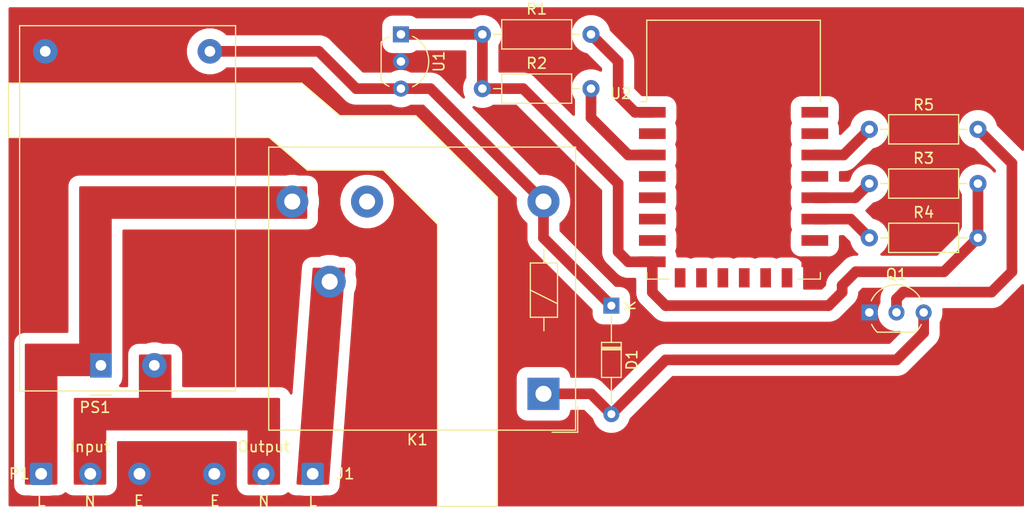
<source format=kicad_pcb>
(kicad_pcb (version 20171130) (host pcbnew "(5.1.6)-1")

  (general
    (thickness 1.6)
    (drawings 20)
    (tracks 52)
    (zones 0)
    (modules 13)
    (nets 31)
  )

  (page A4)
  (layers
    (0 F.Cu signal)
    (31 B.Cu signal)
    (32 B.Adhes user)
    (33 F.Adhes user)
    (34 B.Paste user)
    (35 F.Paste user)
    (36 B.SilkS user)
    (37 F.SilkS user)
    (38 B.Mask user)
    (39 F.Mask user)
    (40 Dwgs.User user)
    (41 Cmts.User user)
    (42 Eco1.User user)
    (43 Eco2.User user)
    (44 Edge.Cuts user)
    (45 Margin user)
    (46 B.CrtYd user)
    (47 F.CrtYd user)
    (48 B.Fab user)
    (49 F.Fab user)
  )

  (setup
    (last_trace_width 1)
    (user_trace_width 4)
    (trace_clearance 1)
    (zone_clearance 0.508)
    (zone_45_only no)
    (trace_min 0.2)
    (via_size 0.8)
    (via_drill 0.4)
    (via_min_size 0.4)
    (via_min_drill 0.3)
    (uvia_size 0.3)
    (uvia_drill 0.1)
    (uvias_allowed no)
    (uvia_min_size 0.2)
    (uvia_min_drill 0.1)
    (edge_width 0.05)
    (segment_width 0.2)
    (pcb_text_width 0.3)
    (pcb_text_size 1.5 1.5)
    (mod_edge_width 0.12)
    (mod_text_size 1 1)
    (mod_text_width 0.15)
    (pad_size 1.524 1.524)
    (pad_drill 0.762)
    (pad_to_mask_clearance 0.05)
    (aux_axis_origin 95.504 124.46)
    (visible_elements 7FFFFFFF)
    (pcbplotparams
      (layerselection 0x010fc_ffffffff)
      (usegerberextensions false)
      (usegerberattributes true)
      (usegerberadvancedattributes true)
      (creategerberjobfile true)
      (excludeedgelayer true)
      (linewidth 0.100000)
      (plotframeref false)
      (viasonmask false)
      (mode 1)
      (useauxorigin false)
      (hpglpennumber 1)
      (hpglpenspeed 20)
      (hpglpendiameter 15.000000)
      (psnegative false)
      (psa4output false)
      (plotreference true)
      (plotvalue true)
      (plotinvisibletext false)
      (padsonsilk false)
      (subtractmaskfromsilk false)
      (outputformat 1)
      (mirror false)
      (drillshape 1)
      (scaleselection 1)
      (outputdirectory ""))
  )

  (net 0 "")
  (net 1 "Net-(D1-Pad2)")
  (net 2 +5V)
  (net 3 "Net-(J1-Pad3)")
  (net 4 "Net-(J1-Pad2)")
  (net 5 "Net-(J1-Pad1)")
  (net 6 "Net-(K1-Pad12)")
  (net 7 "Net-(K1-Pad14)")
  (net 8 GND)
  (net 9 "Net-(Q1-Pad2)")
  (net 10 "Net-(R1-Pad2)")
  (net 11 +3V3)
  (net 12 "Net-(R2-Pad2)")
  (net 13 "Net-(R3-Pad1)")
  (net 14 "Net-(R4-Pad1)")
  (net 15 "Net-(R5-Pad2)")
  (net 16 "Net-(U2-Pad22)")
  (net 17 "Net-(U2-Pad21)")
  (net 18 "Net-(U2-Pad19)")
  (net 19 "Net-(U2-Pad16)")
  (net 20 "Net-(U2-Pad14)")
  (net 21 "Net-(U2-Pad13)")
  (net 22 "Net-(U2-Pad12)")
  (net 23 "Net-(U2-Pad11)")
  (net 24 "Net-(U2-Pad10)")
  (net 25 "Net-(U2-Pad9)")
  (net 26 "Net-(U2-Pad7)")
  (net 27 "Net-(U2-Pad6)")
  (net 28 "Net-(U2-Pad5)")
  (net 29 "Net-(U2-Pad4)")
  (net 30 "Net-(U2-Pad2)")

  (net_class Default "This is the default net class."
    (clearance 1)
    (trace_width 1)
    (via_dia 0.8)
    (via_drill 0.4)
    (uvia_dia 0.3)
    (uvia_drill 0.1)
    (add_net +3V3)
    (add_net +5V)
    (add_net GND)
    (add_net "Net-(D1-Pad2)")
    (add_net "Net-(J1-Pad1)")
    (add_net "Net-(J1-Pad2)")
    (add_net "Net-(J1-Pad3)")
    (add_net "Net-(K1-Pad12)")
    (add_net "Net-(K1-Pad14)")
    (add_net "Net-(Q1-Pad2)")
    (add_net "Net-(R1-Pad2)")
    (add_net "Net-(R2-Pad2)")
    (add_net "Net-(R3-Pad1)")
    (add_net "Net-(R4-Pad1)")
    (add_net "Net-(R5-Pad2)")
    (add_net "Net-(U2-Pad10)")
    (add_net "Net-(U2-Pad11)")
    (add_net "Net-(U2-Pad12)")
    (add_net "Net-(U2-Pad13)")
    (add_net "Net-(U2-Pad14)")
    (add_net "Net-(U2-Pad16)")
    (add_net "Net-(U2-Pad19)")
    (add_net "Net-(U2-Pad2)")
    (add_net "Net-(U2-Pad21)")
    (add_net "Net-(U2-Pad22)")
    (add_net "Net-(U2-Pad4)")
    (add_net "Net-(U2-Pad5)")
    (add_net "Net-(U2-Pad6)")
    (add_net "Net-(U2-Pad7)")
    (add_net "Net-(U2-Pad9)")
  )

  (module Relay_THT:Relay_SPDT_Finder_40.11 (layer F.Cu) (tedit 5A6364EC) (tstamp 5EDEC506)
    (at 145.542 113.919 180)
    (descr "Relay SPDT Finder 40.11, https://www.finder-relais.net/de/finder-relais-serie-40.pdf")
    (tags "Relay SPDT Finder 40.11 ")
    (path /5ED5624C)
    (fp_text reference K1 (at 11.8 -4.3) (layer F.SilkS)
      (effects (font (size 1 1) (thickness 0.15)))
    )
    (fp_text value FINDER-40.11 (at 11.7 24.1) (layer F.Fab)
      (effects (font (size 1 1) (thickness 0.15)))
    )
    (fp_line (start 25.7 23.1) (end 25.7 -3.4) (layer F.SilkS) (width 0.12))
    (fp_line (start -3 23.1) (end 25.7 23.1) (layer F.SilkS) (width 0.12))
    (fp_line (start 25.6 23) (end 25.6 -3.3) (layer F.Fab) (width 0.12))
    (fp_line (start -2.9 23) (end 25.6 23) (layer F.Fab) (width 0.12))
    (fp_line (start -3.2 -1.2) (end -3.2 -3.6) (layer F.SilkS) (width 0.12))
    (fp_line (start -0.8 -3.6) (end -3.2 -3.6) (layer F.SilkS) (width 0.12))
    (fp_line (start -3 23.1) (end -3 -3.4) (layer F.SilkS) (width 0.12))
    (fp_line (start -3 -3.4) (end 25.7 -3.4) (layer F.SilkS) (width 0.12))
    (fp_line (start -1.9 -3.3) (end -2.9 -2.2) (layer F.Fab) (width 0.12))
    (fp_line (start 25.6 -3.3) (end -1.9 -3.3) (layer F.Fab) (width 0.12))
    (fp_line (start -2.9 -2.2) (end -2.9 23) (layer F.Fab) (width 0.12))
    (fp_line (start -1.31 8.44) (end 1.23 9.71) (layer F.SilkS) (width 0.12))
    (fp_line (start -0.04 12.25) (end -0.04 13.52) (layer F.SilkS) (width 0.12))
    (fp_line (start -0.04 5.9) (end -0.04 7.17) (layer F.SilkS) (width 0.12))
    (fp_line (start -0.04 7.17) (end 1.23 7.17) (layer F.SilkS) (width 0.12))
    (fp_line (start 1.23 7.17) (end 1.23 12.25) (layer F.SilkS) (width 0.12))
    (fp_line (start 1.23 12.25) (end -1.31 12.25) (layer F.SilkS) (width 0.12))
    (fp_line (start -1.31 12.25) (end -1.31 7.17) (layer F.SilkS) (width 0.12))
    (fp_line (start -1.31 7.17) (end -0.04 7.17) (layer F.SilkS) (width 0.12))
    (fp_line (start -3.15 -3.55) (end 25.85 -3.55) (layer F.CrtYd) (width 0.05))
    (fp_line (start -3.15 -3.55) (end -3.15 23.25) (layer F.CrtYd) (width 0.05))
    (fp_line (start 25.85 23.25) (end 25.85 -3.55) (layer F.CrtYd) (width 0.05))
    (fp_line (start 25.85 23.25) (end -3.15 23.25) (layer F.CrtYd) (width 0.05))
    (fp_text user %R (at 10.7 10.6) (layer F.Fab)
      (effects (font (size 1 1) (thickness 0.15)))
    )
    (pad 12 thru_hole circle (at 16.5 18 180) (size 3 3) (drill 1.5) (layers *.Cu *.Mask)
      (net 6 "Net-(K1-Pad12)"))
    (pad 14 thru_hole circle (at 23.5 18 180) (size 3 3) (drill 1.5) (layers *.Cu *.Mask)
      (net 7 "Net-(K1-Pad14)"))
    (pad 11 thru_hole circle (at 20 10.5 180) (size 3 3) (drill 1.5) (layers *.Cu *.Mask)
      (net 5 "Net-(J1-Pad1)"))
    (pad A2 thru_hole circle (at 0 18 180) (size 3 3) (drill 1.5) (layers *.Cu *.Mask)
      (net 2 +5V))
    (pad A1 thru_hole rect (at 0 0 180) (size 3 3) (drill 1.5) (layers *.Cu *.Mask)
      (net 1 "Net-(D1-Pad2)"))
    (model ${KISYS3DMOD}/Relay_THT.3dshapes/Relay_SPDT_Finder_40.11.wrl
      (at (xyz 0 0 0))
      (scale (xyz 1 1 1))
      (rotate (xyz 0 0 0))
    )
  )

  (module Converter_ACDC:Converter_ACDC_HiLink_HLK-PMxx (layer F.Cu) (tedit 5C1AC1CD) (tstamp 5EDEC536)
    (at 104.14 111.252 90)
    (descr "ACDC-Converter, 3W, HiLink, HLK-PMxx, THT, http://www.hlktech.net/product_detail.php?ProId=54")
    (tags "ACDC-Converter 3W THT HiLink board mount module")
    (path /5EDE98FC)
    (fp_text reference PS1 (at -3.94 -0.55) (layer F.SilkS)
      (effects (font (size 1 1) (thickness 0.15)))
    )
    (fp_text value HLK-PM01 (at 15.79 13.85 90) (layer F.Fab)
      (effects (font (size 1 1) (thickness 0.15)))
    )
    (fp_line (start -2.3 12.5) (end 31.7 12.5) (layer F.Fab) (width 0.1))
    (fp_line (start 31.7 12.5) (end 31.7 -7.5) (layer F.Fab) (width 0.1))
    (fp_line (start -2.3 12.5) (end -2.3 0.99) (layer F.Fab) (width 0.1))
    (fp_line (start -2.3 -7.5) (end 31.7 -7.5) (layer F.Fab) (width 0.1))
    (fp_line (start -1.29 0) (end -2.29 1) (layer F.Fab) (width 0.1))
    (fp_line (start -2.29 -1) (end -1.29 0) (layer F.Fab) (width 0.1))
    (fp_line (start -2.3 -1) (end -2.3 -7.5) (layer F.Fab) (width 0.1))
    (fp_line (start -2.55 12.75) (end 31.95 12.75) (layer F.CrtYd) (width 0.05))
    (fp_line (start 31.95 12.75) (end 31.95 -7.75) (layer F.CrtYd) (width 0.05))
    (fp_line (start 31.95 -7.75) (end -2.55 -7.75) (layer F.CrtYd) (width 0.05))
    (fp_line (start -2.55 -7.75) (end -2.55 12.75) (layer F.CrtYd) (width 0.05))
    (fp_line (start -2.4 -7.6) (end -2.4 12.6) (layer F.SilkS) (width 0.12))
    (fp_line (start -2.4 12.6) (end 31.8 12.6) (layer F.SilkS) (width 0.12))
    (fp_line (start 31.8 12.6) (end 31.8 -7.6) (layer F.SilkS) (width 0.12))
    (fp_line (start 31.8 -7.6) (end -2.4 -7.6) (layer F.SilkS) (width 0.12))
    (fp_line (start -2.79 -1) (end -2.79 1.01) (layer F.SilkS) (width 0.12))
    (fp_text user %R (at 14.68 1.17 90) (layer F.Fab)
      (effects (font (size 1 1) (thickness 0.15)))
    )
    (pad 4 thru_hole circle (at 29.4 10.2 90) (size 2.3 2.3) (drill 1) (layers *.Cu *.Mask)
      (net 2 +5V))
    (pad 2 thru_hole circle (at 0 5 90) (size 2.3 2.3) (drill 1) (layers *.Cu *.Mask)
      (net 4 "Net-(J1-Pad2)"))
    (pad 1 thru_hole rect (at 0 0 90) (size 2.3 2) (drill 1) (layers *.Cu *.Mask)
      (net 7 "Net-(K1-Pad14)"))
    (pad 3 thru_hole circle (at 29.4 -5.2 90) (size 2.3 2.3) (drill 1) (layers *.Cu *.Mask)
      (net 8 GND))
    (model ${KISYS3DMOD}/Converter_ACDC.3dshapes/Converter_ACDC_HiLink_HLK-PMxx.wrl
      (at (xyz 0 0 0))
      (scale (xyz 1 1 1))
      (rotate (xyz 0 0 0))
    )
  )

  (module Package_TO_SOT_THT:TO-92_Inline_Wide (layer F.Cu) (tedit 5A02FF81) (tstamp 5EDEC5CF)
    (at 132.207 80.264 270)
    (descr "TO-92 leads in-line, wide, drill 0.75mm (see NXP sot054_po.pdf)")
    (tags "to-92 sc-43 sc-43a sot54 PA33 transistor")
    (path /5ED6854B)
    (fp_text reference U1 (at 2.54 -3.56 90) (layer F.SilkS)
      (effects (font (size 1 1) (thickness 0.15)))
    )
    (fp_text value L78L33_TO92 (at 2.54 2.79 90) (layer F.Fab)
      (effects (font (size 1 1) (thickness 0.15)))
    )
    (fp_line (start 0.74 1.85) (end 4.34 1.85) (layer F.SilkS) (width 0.12))
    (fp_line (start 0.8 1.75) (end 4.3 1.75) (layer F.Fab) (width 0.1))
    (fp_line (start -1.01 -2.73) (end 6.09 -2.73) (layer F.CrtYd) (width 0.05))
    (fp_line (start -1.01 -2.73) (end -1.01 2.01) (layer F.CrtYd) (width 0.05))
    (fp_line (start 6.09 2.01) (end 6.09 -2.73) (layer F.CrtYd) (width 0.05))
    (fp_line (start 6.09 2.01) (end -1.01 2.01) (layer F.CrtYd) (width 0.05))
    (fp_arc (start 2.54 0) (end 4.34 1.85) (angle -20) (layer F.SilkS) (width 0.12))
    (fp_arc (start 2.54 0) (end 2.54 -2.48) (angle -135) (layer F.Fab) (width 0.1))
    (fp_arc (start 2.54 0) (end 2.54 -2.48) (angle 135) (layer F.Fab) (width 0.1))
    (fp_arc (start 2.54 0) (end 2.54 -2.6) (angle 65) (layer F.SilkS) (width 0.12))
    (fp_arc (start 2.54 0) (end 2.54 -2.6) (angle -65) (layer F.SilkS) (width 0.12))
    (fp_arc (start 2.54 0) (end 0.74 1.85) (angle 20) (layer F.SilkS) (width 0.12))
    (fp_text user %R (at 2.54 -3.56 90) (layer F.Fab)
      (effects (font (size 1 1) (thickness 0.15)))
    )
    (pad 1 thru_hole rect (at 0 0) (size 1.5 1.5) (drill 0.8) (layers *.Cu *.Mask)
      (net 11 +3V3))
    (pad 3 thru_hole circle (at 5.08 0) (size 1.5 1.5) (drill 0.8) (layers *.Cu *.Mask)
      (net 2 +5V))
    (pad 2 thru_hole circle (at 2.54 0) (size 1.5 1.5) (drill 0.8) (layers *.Cu *.Mask)
      (net 8 GND))
    (model ${KISYS3DMOD}/Package_TO_SOT_THT.3dshapes/TO-92_Inline_Wide.wrl
      (at (xyz 0 0 0))
      (scale (xyz 1 1 1))
      (rotate (xyz 0 0 0))
    )
  )

  (module RF_Module:ESP-12E (layer F.Cu) (tedit 5A030172) (tstamp 5EDEC60A)
    (at 163.322 91.059)
    (descr "Wi-Fi Module, http://wiki.ai-thinker.com/_media/esp8266/docs/aithinker_esp_12f_datasheet_en.pdf")
    (tags "Wi-Fi Module")
    (path /5ED52A6F)
    (attr smd)
    (fp_text reference U2 (at -10.56 -5.26) (layer F.SilkS)
      (effects (font (size 1 1) (thickness 0.15)))
    )
    (fp_text value ESP-12E (at -0.06 -12.78) (layer F.Fab)
      (effects (font (size 1 1) (thickness 0.15)))
    )
    (fp_line (start -8 -12) (end 8 -12) (layer F.Fab) (width 0.12))
    (fp_line (start 8 -12) (end 8 12) (layer F.Fab) (width 0.12))
    (fp_line (start 8 12) (end -8 12) (layer F.Fab) (width 0.12))
    (fp_line (start -8 12) (end -8 -3) (layer F.Fab) (width 0.12))
    (fp_line (start -8 -3) (end -7.5 -3.5) (layer F.Fab) (width 0.12))
    (fp_line (start -7.5 -3.5) (end -8 -4) (layer F.Fab) (width 0.12))
    (fp_line (start -8 -4) (end -8 -12) (layer F.Fab) (width 0.12))
    (fp_line (start -9.05 -12.2) (end 9.05 -12.2) (layer F.CrtYd) (width 0.05))
    (fp_line (start 9.05 -12.2) (end 9.05 13.1) (layer F.CrtYd) (width 0.05))
    (fp_line (start 9.05 13.1) (end -9.05 13.1) (layer F.CrtYd) (width 0.05))
    (fp_line (start -9.05 13.1) (end -9.05 -12.2) (layer F.CrtYd) (width 0.05))
    (fp_line (start -8.12 -12.12) (end 8.12 -12.12) (layer F.SilkS) (width 0.12))
    (fp_line (start 8.12 -12.12) (end 8.12 -4.5) (layer F.SilkS) (width 0.12))
    (fp_line (start 8.12 11.5) (end 8.12 12.12) (layer F.SilkS) (width 0.12))
    (fp_line (start 8.12 12.12) (end 6 12.12) (layer F.SilkS) (width 0.12))
    (fp_line (start -6 12.12) (end -8.12 12.12) (layer F.SilkS) (width 0.12))
    (fp_line (start -8.12 12.12) (end -8.12 11.5) (layer F.SilkS) (width 0.12))
    (fp_line (start -8.12 -4.5) (end -8.12 -12.12) (layer F.SilkS) (width 0.12))
    (fp_line (start -8.12 -4.5) (end -8.73 -4.5) (layer F.SilkS) (width 0.12))
    (fp_line (start -8.12 -12.12) (end 8.12 -12.12) (layer Dwgs.User) (width 0.12))
    (fp_line (start 8.12 -12.12) (end 8.12 -4.8) (layer Dwgs.User) (width 0.12))
    (fp_line (start 8.12 -4.8) (end -8.12 -4.8) (layer Dwgs.User) (width 0.12))
    (fp_line (start -8.12 -4.8) (end -8.12 -12.12) (layer Dwgs.User) (width 0.12))
    (fp_line (start -8.12 -9.12) (end -5.12 -12.12) (layer Dwgs.User) (width 0.12))
    (fp_line (start -8.12 -6.12) (end -2.12 -12.12) (layer Dwgs.User) (width 0.12))
    (fp_line (start -6.44 -4.8) (end 0.88 -12.12) (layer Dwgs.User) (width 0.12))
    (fp_line (start -3.44 -4.8) (end 3.88 -12.12) (layer Dwgs.User) (width 0.12))
    (fp_line (start -0.44 -4.8) (end 6.88 -12.12) (layer Dwgs.User) (width 0.12))
    (fp_line (start 2.56 -4.8) (end 8.12 -10.36) (layer Dwgs.User) (width 0.12))
    (fp_line (start 5.56 -4.8) (end 8.12 -7.36) (layer Dwgs.User) (width 0.12))
    (fp_text user %R (at 0.49 -0.8) (layer F.Fab)
      (effects (font (size 1 1) (thickness 0.15)))
    )
    (fp_text user "KEEP-OUT ZONE" (at 0.03 -9.55 180) (layer Cmts.User)
      (effects (font (size 1 1) (thickness 0.15)))
    )
    (fp_text user Antenna (at -0.06 -7 180) (layer Cmts.User)
      (effects (font (size 1 1) (thickness 0.15)))
    )
    (pad 22 smd rect (at 7.6 -3.5) (size 2.5 1) (layers F.Cu F.Paste F.Mask)
      (net 16 "Net-(U2-Pad22)"))
    (pad 21 smd rect (at 7.6 -1.5) (size 2.5 1) (layers F.Cu F.Paste F.Mask)
      (net 17 "Net-(U2-Pad21)"))
    (pad 20 smd rect (at 7.6 0.5) (size 2.5 1) (layers F.Cu F.Paste F.Mask)
      (net 15 "Net-(R5-Pad2)"))
    (pad 19 smd rect (at 7.6 2.5) (size 2.5 1) (layers F.Cu F.Paste F.Mask)
      (net 18 "Net-(U2-Pad19)"))
    (pad 18 smd rect (at 7.6 4.5) (size 2.5 1) (layers F.Cu F.Paste F.Mask)
      (net 13 "Net-(R3-Pad1)"))
    (pad 17 smd rect (at 7.6 6.5) (size 2.5 1) (layers F.Cu F.Paste F.Mask)
      (net 14 "Net-(R4-Pad1)"))
    (pad 16 smd rect (at 7.6 8.5) (size 2.5 1) (layers F.Cu F.Paste F.Mask)
      (net 19 "Net-(U2-Pad16)"))
    (pad 15 smd rect (at 7.6 10.5) (size 2.5 1) (layers F.Cu F.Paste F.Mask)
      (net 8 GND))
    (pad 14 smd rect (at 5 12) (size 1 1.8) (layers F.Cu F.Paste F.Mask)
      (net 20 "Net-(U2-Pad14)"))
    (pad 13 smd rect (at 3 12) (size 1 1.8) (layers F.Cu F.Paste F.Mask)
      (net 21 "Net-(U2-Pad13)"))
    (pad 12 smd rect (at 1 12) (size 1 1.8) (layers F.Cu F.Paste F.Mask)
      (net 22 "Net-(U2-Pad12)"))
    (pad 11 smd rect (at -1 12) (size 1 1.8) (layers F.Cu F.Paste F.Mask)
      (net 23 "Net-(U2-Pad11)"))
    (pad 10 smd rect (at -3 12) (size 1 1.8) (layers F.Cu F.Paste F.Mask)
      (net 24 "Net-(U2-Pad10)"))
    (pad 9 smd rect (at -5 12) (size 1 1.8) (layers F.Cu F.Paste F.Mask)
      (net 25 "Net-(U2-Pad9)"))
    (pad 8 smd rect (at -7.6 10.5) (size 2.5 1) (layers F.Cu F.Paste F.Mask)
      (net 11 +3V3))
    (pad 7 smd rect (at -7.6 8.5) (size 2.5 1) (layers F.Cu F.Paste F.Mask)
      (net 26 "Net-(U2-Pad7)"))
    (pad 6 smd rect (at -7.6 6.5) (size 2.5 1) (layers F.Cu F.Paste F.Mask)
      (net 27 "Net-(U2-Pad6)"))
    (pad 5 smd rect (at -7.6 4.5) (size 2.5 1) (layers F.Cu F.Paste F.Mask)
      (net 28 "Net-(U2-Pad5)"))
    (pad 4 smd rect (at -7.6 2.5) (size 2.5 1) (layers F.Cu F.Paste F.Mask)
      (net 29 "Net-(U2-Pad4)"))
    (pad 3 smd rect (at -7.6 0.5) (size 2.5 1) (layers F.Cu F.Paste F.Mask)
      (net 12 "Net-(R2-Pad2)"))
    (pad 2 smd rect (at -7.6 -1.5) (size 2.5 1) (layers F.Cu F.Paste F.Mask)
      (net 30 "Net-(U2-Pad2)"))
    (pad 1 smd rect (at -7.6 -3.5) (size 2.5 1) (layers F.Cu F.Paste F.Mask)
      (net 10 "Net-(R1-Pad2)"))
    (model ${KISYS3DMOD}/RF_Module.3dshapes/ESP-12E.wrl
      (at (xyz 0 0 0))
      (scale (xyz 1 1 1))
      (rotate (xyz 0 0 0))
    )
  )

  (module Resistor_THT:R_Axial_DIN0207_L6.3mm_D2.5mm_P10.16mm_Horizontal (layer F.Cu) (tedit 5AE5139B) (tstamp 5EDEC5BD)
    (at 186.182 89.154 180)
    (descr "Resistor, Axial_DIN0207 series, Axial, Horizontal, pin pitch=10.16mm, 0.25W = 1/4W, length*diameter=6.3*2.5mm^2, http://cdn-reichelt.de/documents/datenblatt/B400/1_4W%23YAG.pdf")
    (tags "Resistor Axial_DIN0207 series Axial Horizontal pin pitch 10.16mm 0.25W = 1/4W length 6.3mm diameter 2.5mm")
    (path /5ED5C1BC)
    (fp_text reference R5 (at 5.08 2.286) (layer F.SilkS)
      (effects (font (size 1 1) (thickness 0.15)))
    )
    (fp_text value 1k (at 5.08 2.37) (layer F.Fab)
      (effects (font (size 1 1) (thickness 0.15)))
    )
    (fp_line (start 1.93 -1.25) (end 1.93 1.25) (layer F.Fab) (width 0.1))
    (fp_line (start 1.93 1.25) (end 8.23 1.25) (layer F.Fab) (width 0.1))
    (fp_line (start 8.23 1.25) (end 8.23 -1.25) (layer F.Fab) (width 0.1))
    (fp_line (start 8.23 -1.25) (end 1.93 -1.25) (layer F.Fab) (width 0.1))
    (fp_line (start 0 0) (end 1.93 0) (layer F.Fab) (width 0.1))
    (fp_line (start 10.16 0) (end 8.23 0) (layer F.Fab) (width 0.1))
    (fp_line (start 1.81 -1.37) (end 1.81 1.37) (layer F.SilkS) (width 0.12))
    (fp_line (start 1.81 1.37) (end 8.35 1.37) (layer F.SilkS) (width 0.12))
    (fp_line (start 8.35 1.37) (end 8.35 -1.37) (layer F.SilkS) (width 0.12))
    (fp_line (start 8.35 -1.37) (end 1.81 -1.37) (layer F.SilkS) (width 0.12))
    (fp_line (start 1.04 0) (end 1.81 0) (layer F.SilkS) (width 0.12))
    (fp_line (start 9.12 0) (end 8.35 0) (layer F.SilkS) (width 0.12))
    (fp_line (start -1.05 -1.5) (end -1.05 1.5) (layer F.CrtYd) (width 0.05))
    (fp_line (start -1.05 1.5) (end 11.21 1.5) (layer F.CrtYd) (width 0.05))
    (fp_line (start 11.21 1.5) (end 11.21 -1.5) (layer F.CrtYd) (width 0.05))
    (fp_line (start 11.21 -1.5) (end -1.05 -1.5) (layer F.CrtYd) (width 0.05))
    (fp_text user %R (at 5.08 0) (layer F.Fab)
      (effects (font (size 1 1) (thickness 0.15)))
    )
    (pad 2 thru_hole oval (at 10.16 0 180) (size 1.6 1.6) (drill 0.8) (layers *.Cu *.Mask)
      (net 15 "Net-(R5-Pad2)"))
    (pad 1 thru_hole circle (at 0 0 180) (size 1.6 1.6) (drill 0.8) (layers *.Cu *.Mask)
      (net 9 "Net-(Q1-Pad2)"))
    (model ${KISYS3DMOD}/Resistor_THT.3dshapes/R_Axial_DIN0207_L6.3mm_D2.5mm_P10.16mm_Horizontal.wrl
      (at (xyz 0 0 0))
      (scale (xyz 1 1 1))
      (rotate (xyz 0 0 0))
    )
  )

  (module Resistor_THT:R_Axial_DIN0207_L6.3mm_D2.5mm_P10.16mm_Horizontal (layer F.Cu) (tedit 5AE5139B) (tstamp 5EDEC5A6)
    (at 176.022 99.314)
    (descr "Resistor, Axial_DIN0207 series, Axial, Horizontal, pin pitch=10.16mm, 0.25W = 1/4W, length*diameter=6.3*2.5mm^2, http://cdn-reichelt.de/documents/datenblatt/B400/1_4W%23YAG.pdf")
    (tags "Resistor Axial_DIN0207 series Axial Horizontal pin pitch 10.16mm 0.25W = 1/4W length 6.3mm diameter 2.5mm")
    (path /5ED7645C)
    (fp_text reference R4 (at 5.08 -2.37) (layer F.SilkS)
      (effects (font (size 1 1) (thickness 0.15)))
    )
    (fp_text value 10k (at 5.08 2.37) (layer F.Fab)
      (effects (font (size 1 1) (thickness 0.15)))
    )
    (fp_line (start 1.93 -1.25) (end 1.93 1.25) (layer F.Fab) (width 0.1))
    (fp_line (start 1.93 1.25) (end 8.23 1.25) (layer F.Fab) (width 0.1))
    (fp_line (start 8.23 1.25) (end 8.23 -1.25) (layer F.Fab) (width 0.1))
    (fp_line (start 8.23 -1.25) (end 1.93 -1.25) (layer F.Fab) (width 0.1))
    (fp_line (start 0 0) (end 1.93 0) (layer F.Fab) (width 0.1))
    (fp_line (start 10.16 0) (end 8.23 0) (layer F.Fab) (width 0.1))
    (fp_line (start 1.81 -1.37) (end 1.81 1.37) (layer F.SilkS) (width 0.12))
    (fp_line (start 1.81 1.37) (end 8.35 1.37) (layer F.SilkS) (width 0.12))
    (fp_line (start 8.35 1.37) (end 8.35 -1.37) (layer F.SilkS) (width 0.12))
    (fp_line (start 8.35 -1.37) (end 1.81 -1.37) (layer F.SilkS) (width 0.12))
    (fp_line (start 1.04 0) (end 1.81 0) (layer F.SilkS) (width 0.12))
    (fp_line (start 9.12 0) (end 8.35 0) (layer F.SilkS) (width 0.12))
    (fp_line (start -1.05 -1.5) (end -1.05 1.5) (layer F.CrtYd) (width 0.05))
    (fp_line (start -1.05 1.5) (end 11.21 1.5) (layer F.CrtYd) (width 0.05))
    (fp_line (start 11.21 1.5) (end 11.21 -1.5) (layer F.CrtYd) (width 0.05))
    (fp_line (start 11.21 -1.5) (end -1.05 -1.5) (layer F.CrtYd) (width 0.05))
    (fp_text user %R (at 5.08 0) (layer F.Fab)
      (effects (font (size 1 1) (thickness 0.15)))
    )
    (pad 2 thru_hole oval (at 10.16 0) (size 1.6 1.6) (drill 0.8) (layers *.Cu *.Mask)
      (net 11 +3V3))
    (pad 1 thru_hole circle (at 0 0) (size 1.6 1.6) (drill 0.8) (layers *.Cu *.Mask)
      (net 14 "Net-(R4-Pad1)"))
    (model ${KISYS3DMOD}/Resistor_THT.3dshapes/R_Axial_DIN0207_L6.3mm_D2.5mm_P10.16mm_Horizontal.wrl
      (at (xyz 0 0 0))
      (scale (xyz 1 1 1))
      (rotate (xyz 0 0 0))
    )
  )

  (module Resistor_THT:R_Axial_DIN0207_L6.3mm_D2.5mm_P10.16mm_Horizontal (layer F.Cu) (tedit 5AE5139B) (tstamp 5EDEC58F)
    (at 176.022 94.234)
    (descr "Resistor, Axial_DIN0207 series, Axial, Horizontal, pin pitch=10.16mm, 0.25W = 1/4W, length*diameter=6.3*2.5mm^2, http://cdn-reichelt.de/documents/datenblatt/B400/1_4W%23YAG.pdf")
    (tags "Resistor Axial_DIN0207 series Axial Horizontal pin pitch 10.16mm 0.25W = 1/4W length 6.3mm diameter 2.5mm")
    (path /5ED75B0C)
    (fp_text reference R3 (at 5.08 -2.37) (layer F.SilkS)
      (effects (font (size 1 1) (thickness 0.15)))
    )
    (fp_text value 10k (at 5.08 2.37) (layer F.Fab)
      (effects (font (size 1 1) (thickness 0.15)))
    )
    (fp_line (start 1.93 -1.25) (end 1.93 1.25) (layer F.Fab) (width 0.1))
    (fp_line (start 1.93 1.25) (end 8.23 1.25) (layer F.Fab) (width 0.1))
    (fp_line (start 8.23 1.25) (end 8.23 -1.25) (layer F.Fab) (width 0.1))
    (fp_line (start 8.23 -1.25) (end 1.93 -1.25) (layer F.Fab) (width 0.1))
    (fp_line (start 0 0) (end 1.93 0) (layer F.Fab) (width 0.1))
    (fp_line (start 10.16 0) (end 8.23 0) (layer F.Fab) (width 0.1))
    (fp_line (start 1.81 -1.37) (end 1.81 1.37) (layer F.SilkS) (width 0.12))
    (fp_line (start 1.81 1.37) (end 8.35 1.37) (layer F.SilkS) (width 0.12))
    (fp_line (start 8.35 1.37) (end 8.35 -1.37) (layer F.SilkS) (width 0.12))
    (fp_line (start 8.35 -1.37) (end 1.81 -1.37) (layer F.SilkS) (width 0.12))
    (fp_line (start 1.04 0) (end 1.81 0) (layer F.SilkS) (width 0.12))
    (fp_line (start 9.12 0) (end 8.35 0) (layer F.SilkS) (width 0.12))
    (fp_line (start -1.05 -1.5) (end -1.05 1.5) (layer F.CrtYd) (width 0.05))
    (fp_line (start -1.05 1.5) (end 11.21 1.5) (layer F.CrtYd) (width 0.05))
    (fp_line (start 11.21 1.5) (end 11.21 -1.5) (layer F.CrtYd) (width 0.05))
    (fp_line (start 11.21 -1.5) (end -1.05 -1.5) (layer F.CrtYd) (width 0.05))
    (fp_text user %R (at 5.08 0) (layer F.Fab)
      (effects (font (size 1 1) (thickness 0.15)))
    )
    (pad 2 thru_hole oval (at 10.16 0) (size 1.6 1.6) (drill 0.8) (layers *.Cu *.Mask)
      (net 11 +3V3))
    (pad 1 thru_hole circle (at 0 0) (size 1.6 1.6) (drill 0.8) (layers *.Cu *.Mask)
      (net 13 "Net-(R3-Pad1)"))
    (model ${KISYS3DMOD}/Resistor_THT.3dshapes/R_Axial_DIN0207_L6.3mm_D2.5mm_P10.16mm_Horizontal.wrl
      (at (xyz 0 0 0))
      (scale (xyz 1 1 1))
      (rotate (xyz 0 0 0))
    )
  )

  (module Resistor_THT:R_Axial_DIN0207_L6.3mm_D2.5mm_P10.16mm_Horizontal (layer F.Cu) (tedit 5AE5139B) (tstamp 5EDEC578)
    (at 139.827 85.344)
    (descr "Resistor, Axial_DIN0207 series, Axial, Horizontal, pin pitch=10.16mm, 0.25W = 1/4W, length*diameter=6.3*2.5mm^2, http://cdn-reichelt.de/documents/datenblatt/B400/1_4W%23YAG.pdf")
    (tags "Resistor Axial_DIN0207 series Axial Horizontal pin pitch 10.16mm 0.25W = 1/4W length 6.3mm diameter 2.5mm")
    (path /5ED73A46)
    (fp_text reference R2 (at 5.08 -2.37) (layer F.SilkS)
      (effects (font (size 1 1) (thickness 0.15)))
    )
    (fp_text value 10k (at 5.08 2.37) (layer F.Fab)
      (effects (font (size 1 1) (thickness 0.15)))
    )
    (fp_line (start 1.93 -1.25) (end 1.93 1.25) (layer F.Fab) (width 0.1))
    (fp_line (start 1.93 1.25) (end 8.23 1.25) (layer F.Fab) (width 0.1))
    (fp_line (start 8.23 1.25) (end 8.23 -1.25) (layer F.Fab) (width 0.1))
    (fp_line (start 8.23 -1.25) (end 1.93 -1.25) (layer F.Fab) (width 0.1))
    (fp_line (start 0 0) (end 1.93 0) (layer F.Fab) (width 0.1))
    (fp_line (start 10.16 0) (end 8.23 0) (layer F.Fab) (width 0.1))
    (fp_line (start 1.81 -1.37) (end 1.81 1.37) (layer F.SilkS) (width 0.12))
    (fp_line (start 1.81 1.37) (end 8.35 1.37) (layer F.SilkS) (width 0.12))
    (fp_line (start 8.35 1.37) (end 8.35 -1.37) (layer F.SilkS) (width 0.12))
    (fp_line (start 8.35 -1.37) (end 1.81 -1.37) (layer F.SilkS) (width 0.12))
    (fp_line (start 1.04 0) (end 1.81 0) (layer F.SilkS) (width 0.12))
    (fp_line (start 9.12 0) (end 8.35 0) (layer F.SilkS) (width 0.12))
    (fp_line (start -1.05 -1.5) (end -1.05 1.5) (layer F.CrtYd) (width 0.05))
    (fp_line (start -1.05 1.5) (end 11.21 1.5) (layer F.CrtYd) (width 0.05))
    (fp_line (start 11.21 1.5) (end 11.21 -1.5) (layer F.CrtYd) (width 0.05))
    (fp_line (start 11.21 -1.5) (end -1.05 -1.5) (layer F.CrtYd) (width 0.05))
    (fp_text user %R (at 5.08 0) (layer F.Fab)
      (effects (font (size 1 1) (thickness 0.15)))
    )
    (pad 2 thru_hole oval (at 10.16 0) (size 1.6 1.6) (drill 0.8) (layers *.Cu *.Mask)
      (net 12 "Net-(R2-Pad2)"))
    (pad 1 thru_hole circle (at 0 0) (size 1.6 1.6) (drill 0.8) (layers *.Cu *.Mask)
      (net 11 +3V3))
    (model ${KISYS3DMOD}/Resistor_THT.3dshapes/R_Axial_DIN0207_L6.3mm_D2.5mm_P10.16mm_Horizontal.wrl
      (at (xyz 0 0 0))
      (scale (xyz 1 1 1))
      (rotate (xyz 0 0 0))
    )
  )

  (module Resistor_THT:R_Axial_DIN0207_L6.3mm_D2.5mm_P10.16mm_Horizontal (layer F.Cu) (tedit 5AE5139B) (tstamp 5EDEC561)
    (at 139.827 80.264)
    (descr "Resistor, Axial_DIN0207 series, Axial, Horizontal, pin pitch=10.16mm, 0.25W = 1/4W, length*diameter=6.3*2.5mm^2, http://cdn-reichelt.de/documents/datenblatt/B400/1_4W%23YAG.pdf")
    (tags "Resistor Axial_DIN0207 series Axial Horizontal pin pitch 10.16mm 0.25W = 1/4W length 6.3mm diameter 2.5mm")
    (path /5ED714AF)
    (fp_text reference R1 (at 5.08 -2.37) (layer F.SilkS)
      (effects (font (size 1 1) (thickness 0.15)))
    )
    (fp_text value 10k (at 5.08 2.37) (layer F.Fab)
      (effects (font (size 1 1) (thickness 0.15)))
    )
    (fp_line (start 1.93 -1.25) (end 1.93 1.25) (layer F.Fab) (width 0.1))
    (fp_line (start 1.93 1.25) (end 8.23 1.25) (layer F.Fab) (width 0.1))
    (fp_line (start 8.23 1.25) (end 8.23 -1.25) (layer F.Fab) (width 0.1))
    (fp_line (start 8.23 -1.25) (end 1.93 -1.25) (layer F.Fab) (width 0.1))
    (fp_line (start 0 0) (end 1.93 0) (layer F.Fab) (width 0.1))
    (fp_line (start 10.16 0) (end 8.23 0) (layer F.Fab) (width 0.1))
    (fp_line (start 1.81 -1.37) (end 1.81 1.37) (layer F.SilkS) (width 0.12))
    (fp_line (start 1.81 1.37) (end 8.35 1.37) (layer F.SilkS) (width 0.12))
    (fp_line (start 8.35 1.37) (end 8.35 -1.37) (layer F.SilkS) (width 0.12))
    (fp_line (start 8.35 -1.37) (end 1.81 -1.37) (layer F.SilkS) (width 0.12))
    (fp_line (start 1.04 0) (end 1.81 0) (layer F.SilkS) (width 0.12))
    (fp_line (start 9.12 0) (end 8.35 0) (layer F.SilkS) (width 0.12))
    (fp_line (start -1.05 -1.5) (end -1.05 1.5) (layer F.CrtYd) (width 0.05))
    (fp_line (start -1.05 1.5) (end 11.21 1.5) (layer F.CrtYd) (width 0.05))
    (fp_line (start 11.21 1.5) (end 11.21 -1.5) (layer F.CrtYd) (width 0.05))
    (fp_line (start 11.21 -1.5) (end -1.05 -1.5) (layer F.CrtYd) (width 0.05))
    (fp_text user %R (at 5.08 0) (layer F.Fab)
      (effects (font (size 1 1) (thickness 0.15)))
    )
    (pad 2 thru_hole oval (at 10.16 0) (size 1.6 1.6) (drill 0.8) (layers *.Cu *.Mask)
      (net 10 "Net-(R1-Pad2)"))
    (pad 1 thru_hole circle (at 0 0) (size 1.6 1.6) (drill 0.8) (layers *.Cu *.Mask)
      (net 11 +3V3))
    (model ${KISYS3DMOD}/Resistor_THT.3dshapes/R_Axial_DIN0207_L6.3mm_D2.5mm_P10.16mm_Horizontal.wrl
      (at (xyz 0 0 0))
      (scale (xyz 1 1 1))
      (rotate (xyz 0 0 0))
    )
  )

  (module Package_TO_SOT_THT:TO-92_Inline_Wide (layer F.Cu) (tedit 5A02FF81) (tstamp 5EDEC54A)
    (at 176.022 106.299)
    (descr "TO-92 leads in-line, wide, drill 0.75mm (see NXP sot054_po.pdf)")
    (tags "to-92 sc-43 sc-43a sot54 PA33 transistor")
    (path /5ED5782D)
    (fp_text reference Q1 (at 2.54 -3.56) (layer F.SilkS)
      (effects (font (size 1 1) (thickness 0.15)))
    )
    (fp_text value Q_NPN_EBC (at 2.54 2.79) (layer F.Fab)
      (effects (font (size 1 1) (thickness 0.15)))
    )
    (fp_line (start 0.74 1.85) (end 4.34 1.85) (layer F.SilkS) (width 0.12))
    (fp_line (start 0.8 1.75) (end 4.3 1.75) (layer F.Fab) (width 0.1))
    (fp_line (start -1.01 -2.73) (end 6.09 -2.73) (layer F.CrtYd) (width 0.05))
    (fp_line (start -1.01 -2.73) (end -1.01 2.01) (layer F.CrtYd) (width 0.05))
    (fp_line (start 6.09 2.01) (end 6.09 -2.73) (layer F.CrtYd) (width 0.05))
    (fp_line (start 6.09 2.01) (end -1.01 2.01) (layer F.CrtYd) (width 0.05))
    (fp_arc (start 2.54 0) (end 4.34 1.85) (angle -20) (layer F.SilkS) (width 0.12))
    (fp_arc (start 2.54 0) (end 2.54 -2.48) (angle -135) (layer F.Fab) (width 0.1))
    (fp_arc (start 2.54 0) (end 2.54 -2.48) (angle 135) (layer F.Fab) (width 0.1))
    (fp_arc (start 2.54 0) (end 2.54 -2.6) (angle 65) (layer F.SilkS) (width 0.12))
    (fp_arc (start 2.54 0) (end 2.54 -2.6) (angle -65) (layer F.SilkS) (width 0.12))
    (fp_arc (start 2.54 0) (end 0.74 1.85) (angle 20) (layer F.SilkS) (width 0.12))
    (fp_text user %R (at 2.54 -3.56) (layer F.Fab)
      (effects (font (size 1 1) (thickness 0.15)))
    )
    (pad 1 thru_hole rect (at 0 0 90) (size 1.5 1.5) (drill 0.8) (layers *.Cu *.Mask)
      (net 8 GND))
    (pad 3 thru_hole circle (at 5.08 0 90) (size 1.5 1.5) (drill 0.8) (layers *.Cu *.Mask)
      (net 1 "Net-(D1-Pad2)"))
    (pad 2 thru_hole circle (at 2.54 0 90) (size 1.5 1.5) (drill 0.8) (layers *.Cu *.Mask)
      (net 9 "Net-(Q1-Pad2)"))
    (model ${KISYS3DMOD}/Package_TO_SOT_THT.3dshapes/TO-92_Inline_Wide.wrl
      (at (xyz 0 0 0))
      (scale (xyz 1 1 1))
      (rotate (xyz 0 0 0))
    )
  )

  (module Connector_Wire:SolderWire-0.5sqmm_1x03_P4.6mm_D0.9mm_OD2.1mm (layer F.Cu) (tedit 5EB70B43) (tstamp 5EDEC51D)
    (at 98.552 121.412)
    (descr "Soldered wire connection, for 3 times 0.5 mm² wires, basic insulation, conductor diameter 0.9mm, outer diameter 2.1mm, size source Multi-Contact FLEXI-E 0.5 (https://ec.staubli.com/AcroFiles/Catalogues/TM_Cab-Main-11014119_(en)_hi.pdf), bend radius 3 times outer diameter, generated with kicad-footprint-generator")
    (tags "connector wire 0.5sqmm")
    (path /5ED7FDF6)
    (attr virtual)
    (fp_text reference P1 (at -2.032 0) (layer F.SilkS)
      (effects (font (size 1 1) (thickness 0.15)))
    )
    (fp_text value Conn_WallPlug_Earth (at 4.064 -2.032) (layer F.Fab)
      (effects (font (size 1 1) (thickness 0.15)))
    )
    (fp_circle (center 0 0) (end 1.05 0) (layer F.Fab) (width 0.1))
    (fp_circle (center 4.6 0) (end 5.65 0) (layer F.Fab) (width 0.1))
    (fp_circle (center 9.2 0) (end 10.25 0) (layer F.Fab) (width 0.1))
    (fp_line (start -1.8 -1.55) (end -1.8 1.55) (layer F.CrtYd) (width 0.05))
    (fp_line (start -1.8 1.55) (end 1.8 1.55) (layer F.CrtYd) (width 0.05))
    (fp_line (start 1.8 1.55) (end 1.8 -1.55) (layer F.CrtYd) (width 0.05))
    (fp_line (start 1.8 -1.55) (end -1.8 -1.55) (layer F.CrtYd) (width 0.05))
    (fp_line (start 2.8 -1.55) (end 2.8 1.55) (layer F.CrtYd) (width 0.05))
    (fp_line (start 2.8 1.55) (end 6.4 1.55) (layer F.CrtYd) (width 0.05))
    (fp_line (start 6.4 1.55) (end 6.4 -1.55) (layer F.CrtYd) (width 0.05))
    (fp_line (start 6.4 -1.55) (end 2.8 -1.55) (layer F.CrtYd) (width 0.05))
    (fp_line (start 7.4 -1.55) (end 7.4 1.55) (layer F.CrtYd) (width 0.05))
    (fp_line (start 7.4 1.55) (end 11 1.55) (layer F.CrtYd) (width 0.05))
    (fp_line (start 11 1.55) (end 11 -1.55) (layer F.CrtYd) (width 0.05))
    (fp_line (start 11 -1.55) (end 7.4 -1.55) (layer F.CrtYd) (width 0.05))
    (fp_text user %R (at 4.6 0 90) (layer F.Fab)
      (effects (font (size 0.52 0.52) (thickness 0.08)))
    )
    (pad 3 thru_hole circle (at 9.2 0) (size 2.1 2.1) (drill 1.1) (layers *.Cu *.Mask)
      (net 3 "Net-(J1-Pad3)"))
    (pad 2 thru_hole circle (at 4.6 0) (size 2.1 2.1) (drill 1.1) (layers *.Cu *.Mask)
      (net 4 "Net-(J1-Pad2)"))
    (pad 1 thru_hole roundrect (at 0 0) (size 2.1 2.1) (drill 1.1) (layers *.Cu *.Mask) (roundrect_rratio 0.119048)
      (net 7 "Net-(K1-Pad14)"))
    (model ${KISYS3DMOD}/Connector_Wire.3dshapes/SolderWire-0.5sqmm_1x03_P4.6mm_D0.9mm_OD2.1mm.wrl
      (at (xyz 0 0 0))
      (scale (xyz 1 1 1))
      (rotate (xyz 0 0 0))
    )
  )

  (module Connector_Wire:SolderWire-0.5sqmm_1x03_P4.6mm_D0.9mm_OD2.1mm (layer F.Cu) (tedit 5EB70B43) (tstamp 5EDEC4E5)
    (at 123.952 121.412 180)
    (descr "Soldered wire connection, for 3 times 0.5 mm² wires, basic insulation, conductor diameter 0.9mm, outer diameter 2.1mm, size source Multi-Contact FLEXI-E 0.5 (https://ec.staubli.com/AcroFiles/Catalogues/TM_Cab-Main-11014119_(en)_hi.pdf), bend radius 3 times outer diameter, generated with kicad-footprint-generator")
    (tags "connector wire 0.5sqmm")
    (path /5ED888BA)
    (attr virtual)
    (fp_text reference J1 (at -3.048 0) (layer F.SilkS)
      (effects (font (size 1 1) (thickness 0.15)))
    )
    (fp_text value Conn_WallSocket_Earth (at 4.6 2.25) (layer F.Fab)
      (effects (font (size 1 1) (thickness 0.15)))
    )
    (fp_circle (center 0 0) (end 1.05 0) (layer F.Fab) (width 0.1))
    (fp_circle (center 4.6 0) (end 5.65 0) (layer F.Fab) (width 0.1))
    (fp_circle (center 9.2 0) (end 10.25 0) (layer F.Fab) (width 0.1))
    (fp_line (start -1.8 -1.55) (end -1.8 1.55) (layer F.CrtYd) (width 0.05))
    (fp_line (start -1.8 1.55) (end 1.8 1.55) (layer F.CrtYd) (width 0.05))
    (fp_line (start 1.8 1.55) (end 1.8 -1.55) (layer F.CrtYd) (width 0.05))
    (fp_line (start 1.8 -1.55) (end -1.8 -1.55) (layer F.CrtYd) (width 0.05))
    (fp_line (start 2.8 -1.55) (end 2.8 1.55) (layer F.CrtYd) (width 0.05))
    (fp_line (start 2.8 1.55) (end 6.4 1.55) (layer F.CrtYd) (width 0.05))
    (fp_line (start 6.4 1.55) (end 6.4 -1.55) (layer F.CrtYd) (width 0.05))
    (fp_line (start 6.4 -1.55) (end 2.8 -1.55) (layer F.CrtYd) (width 0.05))
    (fp_line (start 7.4 -1.55) (end 7.4 1.55) (layer F.CrtYd) (width 0.05))
    (fp_line (start 7.4 1.55) (end 11 1.55) (layer F.CrtYd) (width 0.05))
    (fp_line (start 11 1.55) (end 11 -1.55) (layer F.CrtYd) (width 0.05))
    (fp_line (start 11 -1.55) (end 7.4 -1.55) (layer F.CrtYd) (width 0.05))
    (fp_text user %R (at 4.6 0 90) (layer F.Fab)
      (effects (font (size 0.52 0.52) (thickness 0.08)))
    )
    (pad 3 thru_hole circle (at 9.2 0 180) (size 2.1 2.1) (drill 1.1) (layers *.Cu *.Mask)
      (net 3 "Net-(J1-Pad3)"))
    (pad 2 thru_hole circle (at 4.6 0 180) (size 2.1 2.1) (drill 1.1) (layers *.Cu *.Mask)
      (net 4 "Net-(J1-Pad2)"))
    (pad 1 thru_hole roundrect (at 0 0 180) (size 2.1 2.1) (drill 1.1) (layers *.Cu *.Mask) (roundrect_rratio 0.119048)
      (net 5 "Net-(J1-Pad1)"))
    (model ${KISYS3DMOD}/Connector_Wire.3dshapes/SolderWire-0.5sqmm_1x03_P4.6mm_D0.9mm_OD2.1mm.wrl
      (at (xyz 0 0 0))
      (scale (xyz 1 1 1))
      (rotate (xyz 0 0 0))
    )
  )

  (module Diode_THT:D_DO-34_SOD68_P10.16mm_Horizontal (layer F.Cu) (tedit 5AE50CD5) (tstamp 5EDEC4CE)
    (at 151.892 105.664 270)
    (descr "Diode, DO-34_SOD68 series, Axial, Horizontal, pin pitch=10.16mm, , length*diameter=3.04*1.6mm^2, , https://www.nxp.com/docs/en/data-sheet/KTY83_SER.pdf")
    (tags "Diode DO-34_SOD68 series Axial Horizontal pin pitch 10.16mm  length 3.04mm diameter 1.6mm")
    (path /5ED57075)
    (fp_text reference D1 (at 5.08 -1.92 90) (layer F.SilkS)
      (effects (font (size 1 1) (thickness 0.15)))
    )
    (fp_text value D (at 5.08 1.92 90) (layer F.Fab)
      (effects (font (size 1 1) (thickness 0.15)))
    )
    (fp_line (start 3.56 -0.8) (end 3.56 0.8) (layer F.Fab) (width 0.1))
    (fp_line (start 3.56 0.8) (end 6.6 0.8) (layer F.Fab) (width 0.1))
    (fp_line (start 6.6 0.8) (end 6.6 -0.8) (layer F.Fab) (width 0.1))
    (fp_line (start 6.6 -0.8) (end 3.56 -0.8) (layer F.Fab) (width 0.1))
    (fp_line (start 0 0) (end 3.56 0) (layer F.Fab) (width 0.1))
    (fp_line (start 10.16 0) (end 6.6 0) (layer F.Fab) (width 0.1))
    (fp_line (start 4.016 -0.8) (end 4.016 0.8) (layer F.Fab) (width 0.1))
    (fp_line (start 4.116 -0.8) (end 4.116 0.8) (layer F.Fab) (width 0.1))
    (fp_line (start 3.916 -0.8) (end 3.916 0.8) (layer F.Fab) (width 0.1))
    (fp_line (start 3.44 -0.92) (end 3.44 0.92) (layer F.SilkS) (width 0.12))
    (fp_line (start 3.44 0.92) (end 6.72 0.92) (layer F.SilkS) (width 0.12))
    (fp_line (start 6.72 0.92) (end 6.72 -0.92) (layer F.SilkS) (width 0.12))
    (fp_line (start 6.72 -0.92) (end 3.44 -0.92) (layer F.SilkS) (width 0.12))
    (fp_line (start 0.99 0) (end 3.44 0) (layer F.SilkS) (width 0.12))
    (fp_line (start 9.17 0) (end 6.72 0) (layer F.SilkS) (width 0.12))
    (fp_line (start 4.016 -0.92) (end 4.016 0.92) (layer F.SilkS) (width 0.12))
    (fp_line (start 4.136 -0.92) (end 4.136 0.92) (layer F.SilkS) (width 0.12))
    (fp_line (start 3.896 -0.92) (end 3.896 0.92) (layer F.SilkS) (width 0.12))
    (fp_line (start -1 -1.05) (end -1 1.05) (layer F.CrtYd) (width 0.05))
    (fp_line (start -1 1.05) (end 11.16 1.05) (layer F.CrtYd) (width 0.05))
    (fp_line (start 11.16 1.05) (end 11.16 -1.05) (layer F.CrtYd) (width 0.05))
    (fp_line (start 11.16 -1.05) (end -1 -1.05) (layer F.CrtYd) (width 0.05))
    (fp_text user K (at 0 -1.75 90) (layer F.SilkS)
      (effects (font (size 1 1) (thickness 0.15)))
    )
    (fp_text user K (at 0 -1.75 90) (layer F.Fab)
      (effects (font (size 1 1) (thickness 0.15)))
    )
    (fp_text user %R (at 5.308 0 270) (layer F.Fab)
      (effects (font (size 0.608 0.608) (thickness 0.0912)))
    )
    (pad 2 thru_hole oval (at 10.16 0 270) (size 1.5 1.5) (drill 0.75) (layers *.Cu *.Mask)
      (net 1 "Net-(D1-Pad2)"))
    (pad 1 thru_hole rect (at 0 0 270) (size 1.5 1.5) (drill 0.75) (layers *.Cu *.Mask)
      (net 2 +5V))
    (model ${KISYS3DMOD}/Diode_THT.3dshapes/D_DO-34_SOD68_P10.16mm_Horizontal.wrl
      (at (xyz 0 0 0))
      (scale (xyz 1 1 1))
      (rotate (xyz 0 0 0))
    )
  )

  (gr_text Output (at 119.38 118.872) (layer F.SilkS)
    (effects (font (size 1 1) (thickness 0.15)))
  )
  (gr_text Input (at 103.124 118.872) (layer F.SilkS)
    (effects (font (size 1 1) (thickness 0.15)))
  )
  (gr_line (start 141.224 124.46) (end 135.636 124.46) (layer F.SilkS) (width 0.12))
  (gr_line (start 95.504 89.916) (end 95.504 84.836) (layer F.SilkS) (width 0.12) (tstamp 5EE92A57))
  (gr_line (start 119.888 89.916) (end 95.504 89.916) (layer F.SilkS) (width 0.12))
  (gr_line (start 123.444 92.964) (end 119.888 89.916) (layer F.SilkS) (width 0.12))
  (gr_line (start 130.556 92.964) (end 123.444 92.964) (layer F.SilkS) (width 0.12))
  (gr_line (start 135.636 98.044) (end 130.556 92.964) (layer F.SilkS) (width 0.12))
  (gr_line (start 135.636 124.46) (end 135.636 98.044) (layer F.SilkS) (width 0.12))
  (gr_line (start 141.224 95.504) (end 141.224 124.46) (layer F.SilkS) (width 0.12))
  (gr_line (start 133.604 87.884) (end 141.224 95.504) (layer F.SilkS) (width 0.12))
  (gr_line (start 126.492 87.884) (end 133.604 87.884) (layer F.SilkS) (width 0.12))
  (gr_line (start 122.936 84.836) (end 126.492 87.884) (layer F.SilkS) (width 0.12))
  (gr_line (start 95.504 84.836) (end 122.936 84.836) (layer F.SilkS) (width 0.12))
  (gr_text E (at 114.808 123.952) (layer F.SilkS) (tstamp 5EE928C9)
    (effects (font (size 1 1) (thickness 0.15)))
  )
  (gr_text N (at 119.38 123.952) (layer F.SilkS) (tstamp 5EE928C8)
    (effects (font (size 1 1) (thickness 0.15)))
  )
  (gr_text L (at 123.952 123.952) (layer F.SilkS) (tstamp 5EE928C7)
    (effects (font (size 1 1) (thickness 0.15)))
  )
  (gr_text E (at 107.696 123.952) (layer F.SilkS)
    (effects (font (size 1 1) (thickness 0.15)))
  )
  (gr_text N (at 103.124 123.952) (layer F.SilkS)
    (effects (font (size 1 1) (thickness 0.15)))
  )
  (gr_text L (at 98.552 123.952) (layer F.SilkS)
    (effects (font (size 1 1) (thickness 0.15)))
  )

  (segment (start 149.987 113.919) (end 151.892 115.824) (width 1) (layer F.Cu) (net 1))
  (segment (start 145.542 113.919) (end 149.987 113.919) (width 1) (layer F.Cu) (net 1))
  (segment (start 181.102 108.204) (end 181.102 106.299) (width 1) (layer F.Cu) (net 1))
  (segment (start 178.562 110.744) (end 181.102 108.204) (width 1) (layer F.Cu) (net 1))
  (segment (start 151.892 115.824) (end 156.972 110.744) (width 1) (layer F.Cu) (net 1))
  (segment (start 156.972 110.744) (end 178.562 110.744) (width 1) (layer F.Cu) (net 1))
  (segment (start 134.967 85.344) (end 145.542 95.919) (width 1) (layer F.Cu) (net 2))
  (segment (start 132.207 85.344) (end 134.967 85.344) (width 1) (layer F.Cu) (net 2))
  (segment (start 145.542 99.314) (end 151.892 105.664) (width 1) (layer F.Cu) (net 2))
  (segment (start 145.542 95.919) (end 145.542 99.314) (width 1) (layer F.Cu) (net 2))
  (segment (start 114.34 81.852) (end 124.524 81.852) (width 1) (layer F.Cu) (net 2))
  (segment (start 128.016 85.344) (end 132.207 85.344) (width 1) (layer F.Cu) (net 2))
  (segment (start 124.524 81.852) (end 128.016 85.344) (width 1) (layer F.Cu) (net 2))
  (segment (start 130.546998 82.804) (end 132.207 82.804) (width 1) (layer F.Cu) (net 8))
  (segment (start 126.944997 79.201999) (end 130.546998 82.804) (width 1) (layer F.Cu) (net 8))
  (segment (start 101.590001 79.201999) (end 126.944997 79.201999) (width 1) (layer F.Cu) (net 8))
  (segment (start 98.94 81.852) (end 101.590001 79.201999) (width 1) (layer F.Cu) (net 8))
  (segment (start 189.357 92.329) (end 186.182 89.154) (width 1) (layer F.Cu) (net 9))
  (segment (start 178.562 105.029) (end 179.197 104.394) (width 1) (layer F.Cu) (net 9))
  (segment (start 189.357 102.489) (end 189.357 92.329) (width 1) (layer F.Cu) (net 9))
  (segment (start 178.562 106.299) (end 178.562 105.029) (width 1) (layer F.Cu) (net 9))
  (segment (start 179.197 104.394) (end 187.452 104.394) (width 1) (layer F.Cu) (net 9))
  (segment (start 187.452 104.394) (end 189.357 102.489) (width 1) (layer F.Cu) (net 9))
  (segment (start 149.987 80.264) (end 152.527 82.804) (width 1) (layer F.Cu) (net 10))
  (segment (start 152.527 82.804) (end 152.527 85.979) (width 1) (layer F.Cu) (net 10))
  (segment (start 154.107 87.559) (end 155.722 87.559) (width 1) (layer F.Cu) (net 10))
  (segment (start 152.527 85.979) (end 154.107 87.559) (width 1) (layer F.Cu) (net 10))
  (segment (start 139.827 80.264) (end 132.207 80.264) (width 1) (layer F.Cu) (net 11))
  (segment (start 139.827 80.264) (end 139.827 85.344) (width 1) (layer F.Cu) (net 11))
  (segment (start 186.182 94.234) (end 186.182 99.314) (width 1) (layer F.Cu) (net 11))
  (segment (start 183.007 102.489) (end 186.182 99.314) (width 1) (layer F.Cu) (net 11))
  (segment (start 174.752 102.489) (end 183.007 102.489) (width 1) (layer F.Cu) (net 11))
  (segment (start 155.722 104.414) (end 156.972 105.664) (width 1) (layer F.Cu) (net 11))
  (segment (start 155.722 101.559) (end 155.722 104.414) (width 1) (layer F.Cu) (net 11))
  (segment (start 156.972 105.664) (end 172.212 105.664) (width 1) (layer F.Cu) (net 11))
  (segment (start 172.212 105.664) (end 173.482 104.394) (width 1) (layer F.Cu) (net 11))
  (segment (start 173.482 103.759) (end 174.752 102.489) (width 1) (layer F.Cu) (net 11))
  (segment (start 173.482 104.394) (end 173.482 103.759) (width 1) (layer F.Cu) (net 11))
  (segment (start 139.827 85.344) (end 143.637 85.344) (width 1) (layer F.Cu) (net 11))
  (segment (start 143.637 85.344) (end 152.527 94.234) (width 1) (layer F.Cu) (net 11))
  (segment (start 152.527 100.614) (end 153.472 101.559) (width 1) (layer F.Cu) (net 11))
  (segment (start 153.472 101.559) (end 155.722 101.559) (width 1) (layer F.Cu) (net 11))
  (segment (start 152.527 94.234) (end 152.527 100.614) (width 1) (layer F.Cu) (net 11))
  (segment (start 153.472 91.559) (end 155.722 91.559) (width 1) (layer F.Cu) (net 12))
  (segment (start 149.987 88.074) (end 153.472 91.559) (width 1) (layer F.Cu) (net 12))
  (segment (start 149.987 85.344) (end 149.987 88.074) (width 1) (layer F.Cu) (net 12))
  (segment (start 174.697 95.559) (end 170.922 95.559) (width 1) (layer F.Cu) (net 13))
  (segment (start 176.022 94.234) (end 174.697 95.559) (width 1) (layer F.Cu) (net 13))
  (segment (start 174.267 97.559) (end 170.922 97.559) (width 1) (layer F.Cu) (net 14))
  (segment (start 176.022 99.314) (end 174.267 97.559) (width 1) (layer F.Cu) (net 14))
  (segment (start 173.617 91.559) (end 170.922 91.559) (width 1) (layer F.Cu) (net 15))
  (segment (start 176.022 89.154) (end 173.617 91.559) (width 1) (layer F.Cu) (net 15))

  (zone (net 4) (net_name "Net-(J1-Pad2)") (layer F.Cu) (tstamp 0) (hatch edge 0.508)
    (priority 1)
    (connect_pads yes (clearance 0.508))
    (min_thickness 0.254)
    (fill yes (arc_segments 32) (thermal_gap 0.508) (thermal_bridge_width 0.508))
    (polygon
      (pts
        (xy 110.744 114.3) (xy 120.904 114.3) (xy 120.904 122.428) (xy 117.856 122.428) (xy 117.856 117.348)
        (xy 104.648 117.348) (xy 104.648 122.428) (xy 101.6 122.428) (xy 101.6 114.3) (xy 107.696 114.3)
        (xy 107.696 110.236) (xy 110.744 110.236)
      )
    )
    (filled_polygon
      (pts
        (xy 110.617 114.3) (xy 110.61944 114.324776) (xy 110.626667 114.348601) (xy 110.638403 114.370557) (xy 110.654197 114.389803)
        (xy 110.673443 114.405597) (xy 110.695399 114.417333) (xy 110.719224 114.42456) (xy 110.744 114.427) (xy 120.777 114.427)
        (xy 120.777 122.301) (xy 117.983 122.301) (xy 117.983 117.348) (xy 117.98056 117.323224) (xy 117.973333 117.299399)
        (xy 117.961597 117.277443) (xy 117.945803 117.258197) (xy 117.926557 117.242403) (xy 117.904601 117.230667) (xy 117.880776 117.22344)
        (xy 117.856 117.221) (xy 104.648 117.221) (xy 104.623224 117.22344) (xy 104.599399 117.230667) (xy 104.577443 117.242403)
        (xy 104.558197 117.258197) (xy 104.542403 117.277443) (xy 104.530667 117.299399) (xy 104.52344 117.323224) (xy 104.521 117.348)
        (xy 104.521 122.301) (xy 101.727 122.301) (xy 101.727 114.427) (xy 107.696 114.427) (xy 107.720776 114.42456)
        (xy 107.744601 114.417333) (xy 107.766557 114.405597) (xy 107.785803 114.389803) (xy 107.801597 114.370557) (xy 107.813333 114.348601)
        (xy 107.82056 114.324776) (xy 107.823 114.3) (xy 107.823 110.363) (xy 110.617 110.363)
      )
    )
  )
  (zone (net 7) (net_name "Net-(K1-Pad14)") (layer F.Cu) (tstamp 0) (hatch edge 0.508)
    (priority 1)
    (connect_pads yes (clearance 0.508))
    (min_thickness 0.254)
    (fill yes (arc_segments 32) (thermal_gap 0.508) (thermal_bridge_width 0.508))
    (polygon
      (pts
        (xy 123.444 97.536) (xy 105.156 97.536) (xy 105.156 112.268) (xy 100.076 112.268) (xy 100.076 122.428)
        (xy 97.028 122.428) (xy 97.028 109.22) (xy 102.108 109.22) (xy 102.108 94.488) (xy 123.444 94.488)
      )
    )
    (filled_polygon
      (pts
        (xy 123.317 97.409) (xy 105.156 97.409) (xy 105.131224 97.41144) (xy 105.107399 97.418667) (xy 105.085443 97.430403)
        (xy 105.066197 97.446197) (xy 105.050403 97.465443) (xy 105.038667 97.487399) (xy 105.03144 97.511224) (xy 105.029 97.536)
        (xy 105.029 112.141) (xy 100.076 112.141) (xy 100.051224 112.14344) (xy 100.027399 112.150667) (xy 100.005443 112.162403)
        (xy 99.986197 112.178197) (xy 99.970403 112.197443) (xy 99.958667 112.219399) (xy 99.95144 112.243224) (xy 99.949 112.268)
        (xy 99.949 122.301) (xy 97.155 122.301) (xy 97.155 109.347) (xy 102.108 109.347) (xy 102.132776 109.34456)
        (xy 102.156601 109.337333) (xy 102.178557 109.325597) (xy 102.197803 109.309803) (xy 102.213597 109.290557) (xy 102.225333 109.268601)
        (xy 102.23256 109.244776) (xy 102.235 109.22) (xy 102.235 94.615) (xy 123.317 94.615)
      )
    )
  )
  (zone (net 5) (net_name "Net-(J1-Pad1)") (layer F.Cu) (tstamp 0) (hatch edge 0.508)
    (priority 1)
    (connect_pads yes (clearance 0.508))
    (min_thickness 0.254)
    (fill yes (arc_segments 32) (thermal_gap 0.508) (thermal_bridge_width 0.508))
    (polygon
      (pts
        (xy 127 102.108) (xy 125.476 122.428) (xy 122.428 122.428) (xy 123.952 102.108)
      )
    )
    (filled_polygon
      (pts
        (xy 125.358169 122.301) (xy 122.564881 122.301) (xy 124.069831 102.235) (xy 126.863119 102.235)
      )
    )
  )
  (zone (net 8) (net_name GND) (layer F.Cu) (tstamp 0) (hatch edge 0.508)
    (connect_pads yes (clearance 0.508))
    (min_thickness 0.254)
    (fill yes (arc_segments 32) (thermal_gap 0.508) (thermal_bridge_width 0.508))
    (polygon
      (pts
        (xy 190.5 124.46) (xy 141.224 124.46) (xy 141.224 95.504) (xy 133.604 87.884) (xy 126.492 87.884)
        (xy 122.936 84.836) (xy 95.504 84.836) (xy 95.504 77.724) (xy 190.5 77.724)
      )
    )
    (filled_polygon
      (pts
        (xy 190.373 91.044074) (xy 188.06328 88.734355) (xy 188.034947 88.591915) (xy 187.889685 88.241223) (xy 187.678799 87.925609)
        (xy 187.410391 87.657201) (xy 187.094777 87.446315) (xy 186.744085 87.301053) (xy 186.371793 87.227) (xy 185.992207 87.227)
        (xy 185.619915 87.301053) (xy 185.269223 87.446315) (xy 184.953609 87.657201) (xy 184.685201 87.925609) (xy 184.474315 88.241223)
        (xy 184.329053 88.591915) (xy 184.255 88.964207) (xy 184.255 89.343793) (xy 184.329053 89.716085) (xy 184.474315 90.066777)
        (xy 184.685201 90.382391) (xy 184.953609 90.650799) (xy 185.269223 90.861685) (xy 185.619915 91.006947) (xy 185.762355 91.03528)
        (xy 187.730001 93.002927) (xy 187.730001 93.082238) (xy 187.678799 93.005609) (xy 187.410391 92.737201) (xy 187.094777 92.526315)
        (xy 186.744085 92.381053) (xy 186.371793 92.307) (xy 185.992207 92.307) (xy 185.619915 92.381053) (xy 185.269223 92.526315)
        (xy 184.953609 92.737201) (xy 184.685201 93.005609) (xy 184.474315 93.321223) (xy 184.329053 93.671915) (xy 184.255 94.044207)
        (xy 184.255 94.423793) (xy 184.329053 94.796085) (xy 184.474315 95.146777) (xy 184.555 95.267531) (xy 184.555001 98.280468)
        (xy 184.474315 98.401223) (xy 184.329053 98.751915) (xy 184.30072 98.894354) (xy 182.333075 100.862) (xy 177.173763 100.862)
        (xy 177.250391 100.810799) (xy 177.518799 100.542391) (xy 177.729685 100.226777) (xy 177.874947 99.876085) (xy 177.949 99.503793)
        (xy 177.949 99.124207) (xy 177.874947 98.751915) (xy 177.729685 98.401223) (xy 177.518799 98.085609) (xy 177.250391 97.817201)
        (xy 176.934777 97.606315) (xy 176.584085 97.461053) (xy 176.441646 97.43272) (xy 175.782135 96.77321) (xy 175.853029 96.715029)
        (xy 175.903979 96.652946) (xy 176.441646 96.11528) (xy 176.584085 96.086947) (xy 176.934777 95.941685) (xy 177.250391 95.730799)
        (xy 177.518799 95.462391) (xy 177.729685 95.146777) (xy 177.874947 94.796085) (xy 177.949 94.423793) (xy 177.949 94.044207)
        (xy 177.874947 93.671915) (xy 177.729685 93.321223) (xy 177.518799 93.005609) (xy 177.250391 92.737201) (xy 176.934777 92.526315)
        (xy 176.584085 92.381053) (xy 176.211793 92.307) (xy 175.832207 92.307) (xy 175.459915 92.381053) (xy 175.109223 92.526315)
        (xy 174.793609 92.737201) (xy 174.525201 93.005609) (xy 174.314315 93.321223) (xy 174.169053 93.671915) (xy 174.14072 93.814354)
        (xy 174.023075 93.932) (xy 173.304453 93.932) (xy 173.304453 93.186) (xy 173.537086 93.186) (xy 173.617 93.193871)
        (xy 173.696914 93.186) (xy 173.696925 93.186) (xy 173.935948 93.162458) (xy 174.242638 93.069425) (xy 174.525286 92.918346)
        (xy 174.773029 92.715029) (xy 174.82398 92.652945) (xy 176.441645 91.03528) (xy 176.584085 91.006947) (xy 176.934777 90.861685)
        (xy 177.250391 90.650799) (xy 177.518799 90.382391) (xy 177.729685 90.066777) (xy 177.874947 89.716085) (xy 177.949 89.343793)
        (xy 177.949 88.964207) (xy 177.874947 88.591915) (xy 177.729685 88.241223) (xy 177.518799 87.925609) (xy 177.250391 87.657201)
        (xy 176.934777 87.446315) (xy 176.584085 87.301053) (xy 176.211793 87.227) (xy 175.832207 87.227) (xy 175.459915 87.301053)
        (xy 175.109223 87.446315) (xy 174.793609 87.657201) (xy 174.525201 87.925609) (xy 174.314315 88.241223) (xy 174.169053 88.591915)
        (xy 174.14072 88.734355) (xy 173.304453 89.570622) (xy 173.304453 89.059) (xy 173.282693 88.838069) (xy 173.21825 88.625629)
        (xy 173.182636 88.559) (xy 173.21825 88.492371) (xy 173.282693 88.279931) (xy 173.304453 88.059) (xy 173.304453 87.059)
        (xy 173.282693 86.838069) (xy 173.21825 86.625629) (xy 173.1136 86.429843) (xy 172.972765 86.258235) (xy 172.801157 86.1174)
        (xy 172.605371 86.01275) (xy 172.392931 85.948307) (xy 172.172 85.926547) (xy 169.672 85.926547) (xy 169.451069 85.948307)
        (xy 169.238629 86.01275) (xy 169.042843 86.1174) (xy 168.871235 86.258235) (xy 168.7304 86.429843) (xy 168.62575 86.625629)
        (xy 168.561307 86.838069) (xy 168.539547 87.059) (xy 168.539547 88.059) (xy 168.561307 88.279931) (xy 168.62575 88.492371)
        (xy 168.661364 88.559) (xy 168.62575 88.625629) (xy 168.561307 88.838069) (xy 168.539547 89.059) (xy 168.539547 90.059)
        (xy 168.561307 90.279931) (xy 168.62575 90.492371) (xy 168.661364 90.559) (xy 168.62575 90.625629) (xy 168.561307 90.838069)
        (xy 168.539547 91.059) (xy 168.539547 92.059) (xy 168.561307 92.279931) (xy 168.62575 92.492371) (xy 168.661364 92.559)
        (xy 168.62575 92.625629) (xy 168.561307 92.838069) (xy 168.539547 93.059) (xy 168.539547 94.059) (xy 168.561307 94.279931)
        (xy 168.62575 94.492371) (xy 168.661364 94.559) (xy 168.62575 94.625629) (xy 168.561307 94.838069) (xy 168.539547 95.059)
        (xy 168.539547 96.059) (xy 168.561307 96.279931) (xy 168.62575 96.492371) (xy 168.661364 96.559) (xy 168.62575 96.625629)
        (xy 168.561307 96.838069) (xy 168.539547 97.059) (xy 168.539547 98.059) (xy 168.561307 98.279931) (xy 168.62575 98.492371)
        (xy 168.661364 98.559) (xy 168.62575 98.625629) (xy 168.561307 98.838069) (xy 168.539547 99.059) (xy 168.539547 100.059)
        (xy 168.561307 100.279931) (xy 168.62575 100.492371) (xy 168.7304 100.688157) (xy 168.871235 100.859765) (xy 169.042843 101.0006)
        (xy 169.238629 101.10525) (xy 169.451069 101.169693) (xy 169.672 101.191453) (xy 172.172 101.191453) (xy 172.392931 101.169693)
        (xy 172.605371 101.10525) (xy 172.801157 101.0006) (xy 172.972765 100.859765) (xy 173.1136 100.688157) (xy 173.21825 100.492371)
        (xy 173.282693 100.279931) (xy 173.304453 100.059) (xy 173.304453 99.186) (xy 173.593075 99.186) (xy 174.14072 99.733646)
        (xy 174.169053 99.876085) (xy 174.314315 100.226777) (xy 174.525201 100.542391) (xy 174.793609 100.810799) (xy 174.870237 100.862)
        (xy 174.831914 100.862) (xy 174.751999 100.854129) (xy 174.672085 100.862) (xy 174.672075 100.862) (xy 174.433052 100.885542)
        (xy 174.126362 100.978575) (xy 174.12636 100.978576) (xy 173.843714 101.129654) (xy 173.658052 101.282022) (xy 173.658049 101.282025)
        (xy 173.595971 101.332971) (xy 173.545025 101.395049) (xy 172.388053 102.552022) (xy 172.325971 102.602971) (xy 172.122654 102.850714)
        (xy 171.971575 103.133362) (xy 171.878542 103.440052) (xy 171.855 103.679075) (xy 171.855 103.679086) (xy 171.850522 103.724553)
        (xy 171.538075 104.037) (xy 169.946771 104.037) (xy 169.954453 103.959) (xy 169.954453 102.159) (xy 169.932693 101.938069)
        (xy 169.86825 101.725629) (xy 169.7636 101.529843) (xy 169.622765 101.358235) (xy 169.451157 101.2174) (xy 169.255371 101.11275)
        (xy 169.042931 101.048307) (xy 168.822 101.026547) (xy 167.822 101.026547) (xy 167.601069 101.048307) (xy 167.388629 101.11275)
        (xy 167.322 101.148364) (xy 167.255371 101.11275) (xy 167.042931 101.048307) (xy 166.822 101.026547) (xy 165.822 101.026547)
        (xy 165.601069 101.048307) (xy 165.388629 101.11275) (xy 165.322 101.148364) (xy 165.255371 101.11275) (xy 165.042931 101.048307)
        (xy 164.822 101.026547) (xy 163.822 101.026547) (xy 163.601069 101.048307) (xy 163.388629 101.11275) (xy 163.322 101.148364)
        (xy 163.255371 101.11275) (xy 163.042931 101.048307) (xy 162.822 101.026547) (xy 161.822 101.026547) (xy 161.601069 101.048307)
        (xy 161.388629 101.11275) (xy 161.322 101.148364) (xy 161.255371 101.11275) (xy 161.042931 101.048307) (xy 160.822 101.026547)
        (xy 159.822 101.026547) (xy 159.601069 101.048307) (xy 159.388629 101.11275) (xy 159.322 101.148364) (xy 159.255371 101.11275)
        (xy 159.042931 101.048307) (xy 158.822 101.026547) (xy 158.101257 101.026547) (xy 158.082693 100.838069) (xy 158.01825 100.625629)
        (xy 157.982636 100.559) (xy 158.01825 100.492371) (xy 158.082693 100.279931) (xy 158.104453 100.059) (xy 158.104453 99.059)
        (xy 158.082693 98.838069) (xy 158.01825 98.625629) (xy 157.982636 98.559) (xy 158.01825 98.492371) (xy 158.082693 98.279931)
        (xy 158.104453 98.059) (xy 158.104453 97.059) (xy 158.082693 96.838069) (xy 158.01825 96.625629) (xy 157.982636 96.559)
        (xy 158.01825 96.492371) (xy 158.082693 96.279931) (xy 158.104453 96.059) (xy 158.104453 95.059) (xy 158.082693 94.838069)
        (xy 158.01825 94.625629) (xy 157.982636 94.559) (xy 158.01825 94.492371) (xy 158.082693 94.279931) (xy 158.104453 94.059)
        (xy 158.104453 93.059) (xy 158.082693 92.838069) (xy 158.01825 92.625629) (xy 157.982636 92.559) (xy 158.01825 92.492371)
        (xy 158.082693 92.279931) (xy 158.104453 92.059) (xy 158.104453 91.059) (xy 158.082693 90.838069) (xy 158.01825 90.625629)
        (xy 157.982636 90.559) (xy 158.01825 90.492371) (xy 158.082693 90.279931) (xy 158.104453 90.059) (xy 158.104453 89.059)
        (xy 158.082693 88.838069) (xy 158.01825 88.625629) (xy 157.982636 88.559) (xy 158.01825 88.492371) (xy 158.082693 88.279931)
        (xy 158.104453 88.059) (xy 158.104453 87.059) (xy 158.082693 86.838069) (xy 158.01825 86.625629) (xy 157.9136 86.429843)
        (xy 157.772765 86.258235) (xy 157.601157 86.1174) (xy 157.405371 86.01275) (xy 157.192931 85.948307) (xy 156.972 85.926547)
        (xy 154.775472 85.926547) (xy 154.154 85.305075) (xy 154.154 82.883914) (xy 154.161871 82.803999) (xy 154.154 82.724085)
        (xy 154.154 82.724075) (xy 154.130458 82.485052) (xy 154.037425 82.178362) (xy 153.974293 82.06025) (xy 153.886346 81.895713)
        (xy 153.733977 81.710052) (xy 153.683029 81.647971) (xy 153.620947 81.597022) (xy 151.86828 79.844355) (xy 151.839947 79.701915)
        (xy 151.694685 79.351223) (xy 151.483799 79.035609) (xy 151.215391 78.767201) (xy 150.899777 78.556315) (xy 150.549085 78.411053)
        (xy 150.176793 78.337) (xy 149.797207 78.337) (xy 149.424915 78.411053) (xy 149.074223 78.556315) (xy 148.758609 78.767201)
        (xy 148.490201 79.035609) (xy 148.279315 79.351223) (xy 148.134053 79.701915) (xy 148.06 80.074207) (xy 148.06 80.453793)
        (xy 148.134053 80.826085) (xy 148.279315 81.176777) (xy 148.490201 81.492391) (xy 148.758609 81.760799) (xy 149.074223 81.971685)
        (xy 149.424915 82.116947) (xy 149.567355 82.14528) (xy 150.9 83.477925) (xy 150.9 83.636464) (xy 150.899777 83.636315)
        (xy 150.549085 83.491053) (xy 150.176793 83.417) (xy 149.797207 83.417) (xy 149.424915 83.491053) (xy 149.074223 83.636315)
        (xy 148.758609 83.847201) (xy 148.490201 84.115609) (xy 148.279315 84.431223) (xy 148.134053 84.781915) (xy 148.06 85.154207)
        (xy 148.06 85.533793) (xy 148.134053 85.906085) (xy 148.279315 86.256777) (xy 148.36 86.377532) (xy 148.360001 87.766076)
        (xy 144.843977 84.250052) (xy 144.793029 84.187971) (xy 144.545286 83.984654) (xy 144.262638 83.833575) (xy 143.955948 83.740542)
        (xy 143.716925 83.717) (xy 143.716914 83.717) (xy 143.637 83.709129) (xy 143.557086 83.717) (xy 141.454 83.717)
        (xy 141.454 81.297531) (xy 141.534685 81.176777) (xy 141.679947 80.826085) (xy 141.754 80.453793) (xy 141.754 80.074207)
        (xy 141.679947 79.701915) (xy 141.534685 79.351223) (xy 141.323799 79.035609) (xy 141.055391 78.767201) (xy 140.739777 78.556315)
        (xy 140.389085 78.411053) (xy 140.016793 78.337) (xy 139.637207 78.337) (xy 139.264915 78.411053) (xy 138.914223 78.556315)
        (xy 138.793469 78.637) (xy 133.664872 78.637) (xy 133.586157 78.5724) (xy 133.390371 78.46775) (xy 133.177931 78.403307)
        (xy 132.957 78.381547) (xy 131.457 78.381547) (xy 131.236069 78.403307) (xy 131.023629 78.46775) (xy 130.827843 78.5724)
        (xy 130.656235 78.713235) (xy 130.5154 78.884843) (xy 130.41075 79.080629) (xy 130.346307 79.293069) (xy 130.324547 79.514)
        (xy 130.324547 81.014) (xy 130.346307 81.234931) (xy 130.41075 81.447371) (xy 130.5154 81.643157) (xy 130.656235 81.814765)
        (xy 130.827843 81.9556) (xy 131.023629 82.06025) (xy 131.236069 82.124693) (xy 131.457 82.146453) (xy 132.957 82.146453)
        (xy 133.177931 82.124693) (xy 133.390371 82.06025) (xy 133.586157 81.9556) (xy 133.664872 81.891) (xy 138.2 81.891)
        (xy 138.200001 84.310468) (xy 138.119315 84.431223) (xy 137.974053 84.781915) (xy 137.9 85.154207) (xy 137.9 85.533793)
        (xy 137.974053 85.906085) (xy 138.075908 86.151983) (xy 136.173977 84.250052) (xy 136.123029 84.187971) (xy 135.875286 83.984654)
        (xy 135.592638 83.833575) (xy 135.285948 83.740542) (xy 135.046925 83.717) (xy 135.046914 83.717) (xy 134.967 83.709129)
        (xy 134.887086 83.717) (xy 133.150533 83.717) (xy 133.096093 83.680624) (xy 132.754501 83.539132) (xy 132.391868 83.467)
        (xy 132.022132 83.467) (xy 131.659499 83.539132) (xy 131.317907 83.680624) (xy 131.263467 83.717) (xy 128.689926 83.717)
        (xy 125.730979 80.758054) (xy 125.680029 80.695971) (xy 125.432286 80.492654) (xy 125.149638 80.341575) (xy 124.842948 80.248542)
        (xy 124.603925 80.225) (xy 124.603914 80.225) (xy 124.524 80.217129) (xy 124.444086 80.225) (xy 115.933164 80.225)
        (xy 115.791503 80.083339) (xy 115.418564 79.834149) (xy 115.004176 79.662504) (xy 114.564265 79.575) (xy 114.115735 79.575)
        (xy 113.675824 79.662504) (xy 113.261436 79.834149) (xy 112.888497 80.083339) (xy 112.571339 80.400497) (xy 112.322149 80.773436)
        (xy 112.150504 81.187824) (xy 112.063 81.627735) (xy 112.063 82.076265) (xy 112.150504 82.516176) (xy 112.322149 82.930564)
        (xy 112.571339 83.303503) (xy 112.888497 83.620661) (xy 113.261436 83.869851) (xy 113.675824 84.041496) (xy 114.115735 84.129)
        (xy 114.564265 84.129) (xy 115.004176 84.041496) (xy 115.418564 83.869851) (xy 115.791503 83.620661) (xy 115.933164 83.479)
        (xy 123.850075 83.479) (xy 126.809025 86.437951) (xy 126.859971 86.500029) (xy 126.922049 86.550975) (xy 126.922052 86.550978)
        (xy 127.107714 86.703346) (xy 127.390362 86.854425) (xy 127.650577 86.93336) (xy 127.697052 86.947458) (xy 128.016 86.978872)
        (xy 128.095925 86.971) (xy 131.263467 86.971) (xy 131.317907 87.007376) (xy 131.659499 87.148868) (xy 132.022132 87.221)
        (xy 132.391868 87.221) (xy 132.754501 87.148868) (xy 133.096093 87.007376) (xy 133.150533 86.971) (xy 134.293075 86.971)
        (xy 142.926172 95.604097) (xy 142.915 95.660263) (xy 142.915 96.177737) (xy 143.015954 96.685268) (xy 143.213983 97.163351)
        (xy 143.501476 97.593615) (xy 143.867385 97.959524) (xy 143.915001 97.99134) (xy 143.915001 99.234076) (xy 143.907129 99.314)
        (xy 143.915001 99.393925) (xy 143.938543 99.632948) (xy 144.026871 99.924128) (xy 144.031576 99.939638) (xy 144.182654 100.222285)
        (xy 144.335022 100.407947) (xy 144.335026 100.407951) (xy 144.385972 100.470029) (xy 144.44805 100.520975) (xy 150.009547 106.082473)
        (xy 150.009547 106.414) (xy 150.031307 106.634931) (xy 150.09575 106.847371) (xy 150.2004 107.043157) (xy 150.341235 107.214765)
        (xy 150.512843 107.3556) (xy 150.708629 107.46025) (xy 150.921069 107.524693) (xy 151.142 107.546453) (xy 152.642 107.546453)
        (xy 152.862931 107.524693) (xy 153.075371 107.46025) (xy 153.271157 107.3556) (xy 153.442765 107.214765) (xy 153.5836 107.043157)
        (xy 153.68825 106.847371) (xy 153.752693 106.634931) (xy 153.774453 106.414) (xy 153.774453 104.914) (xy 153.752693 104.693069)
        (xy 153.68825 104.480629) (xy 153.5836 104.284843) (xy 153.442765 104.113235) (xy 153.271157 103.9724) (xy 153.075371 103.86775)
        (xy 152.862931 103.803307) (xy 152.642 103.781547) (xy 152.310473 103.781547) (xy 147.169 98.640075) (xy 147.169 97.991339)
        (xy 147.216615 97.959524) (xy 147.582524 97.593615) (xy 147.870017 97.163351) (xy 148.068046 96.685268) (xy 148.169 96.177737)
        (xy 148.169 95.660263) (xy 148.068046 95.152732) (xy 147.870017 94.674649) (xy 147.582524 94.244385) (xy 147.216615 93.878476)
        (xy 146.786351 93.590983) (xy 146.308268 93.392954) (xy 145.800737 93.292) (xy 145.283263 93.292) (xy 145.227097 93.303172)
        (xy 139.019017 87.095092) (xy 139.264915 87.196947) (xy 139.637207 87.271) (xy 140.016793 87.271) (xy 140.389085 87.196947)
        (xy 140.739777 87.051685) (xy 140.860531 86.971) (xy 142.963075 86.971) (xy 150.9 94.907925) (xy 150.900001 100.534076)
        (xy 150.892129 100.614) (xy 150.900001 100.693925) (xy 150.923543 100.932948) (xy 150.950461 101.021685) (xy 151.016576 101.239638)
        (xy 151.167654 101.522285) (xy 151.320022 101.707947) (xy 151.320026 101.707951) (xy 151.370972 101.770029) (xy 151.43305 101.820975)
        (xy 152.26502 102.652945) (xy 152.315971 102.715029) (xy 152.563714 102.918346) (xy 152.846362 103.069425) (xy 153.145816 103.160263)
        (xy 153.153052 103.162458) (xy 153.472 103.193872) (xy 153.551925 103.186) (xy 154.095001 103.186) (xy 154.095001 104.334076)
        (xy 154.087129 104.414) (xy 154.095001 104.493925) (xy 154.118543 104.732948) (xy 154.181246 104.939654) (xy 154.211576 105.039638)
        (xy 154.362654 105.322285) (xy 154.515022 105.507947) (xy 154.515026 105.507951) (xy 154.565972 105.570029) (xy 154.628049 105.620975)
        (xy 155.765025 106.757951) (xy 155.815971 106.820029) (xy 155.878049 106.870975) (xy 155.878052 106.870978) (xy 156.031639 106.997023)
        (xy 156.063714 107.023346) (xy 156.346362 107.174425) (xy 156.653052 107.267458) (xy 156.892075 107.291) (xy 156.892085 107.291)
        (xy 156.972 107.298871) (xy 157.051914 107.291) (xy 172.132086 107.291) (xy 172.212 107.298871) (xy 172.291914 107.291)
        (xy 172.291925 107.291) (xy 172.530948 107.267458) (xy 172.837638 107.174425) (xy 173.120286 107.023346) (xy 173.368029 106.820029)
        (xy 173.418979 106.757946) (xy 174.575952 105.600974) (xy 174.638029 105.550029) (xy 174.688975 105.487951) (xy 174.688978 105.487948)
        (xy 174.841346 105.302286) (xy 174.992424 105.01964) (xy 174.992425 105.019637) (xy 175.085458 104.712948) (xy 175.109 104.473925)
        (xy 175.109 104.473915) (xy 175.113478 104.428447) (xy 175.425926 104.116) (xy 177.206523 104.116) (xy 177.202654 104.120715)
        (xy 177.16815 104.185268) (xy 177.051575 104.403362) (xy 176.958542 104.710052) (xy 176.935 104.949075) (xy 176.935 104.949086)
        (xy 176.927129 105.029) (xy 176.935 105.108914) (xy 176.935 105.355467) (xy 176.898624 105.409907) (xy 176.757132 105.751499)
        (xy 176.685 106.114132) (xy 176.685 106.483868) (xy 176.757132 106.846501) (xy 176.898624 107.188093) (xy 177.104039 107.495518)
        (xy 177.365482 107.756961) (xy 177.672907 107.962376) (xy 178.014499 108.103868) (xy 178.377132 108.176) (xy 178.746868 108.176)
        (xy 178.849487 108.155588) (xy 177.888075 109.117) (xy 157.051917 109.117) (xy 156.972 109.109129) (xy 156.892083 109.117)
        (xy 156.892075 109.117) (xy 156.653052 109.140542) (xy 156.346362 109.233575) (xy 156.109784 109.360029) (xy 156.063714 109.384654)
        (xy 155.878052 109.537022) (xy 155.878049 109.537025) (xy 155.815971 109.587971) (xy 155.765025 109.650049) (xy 151.892 113.523075)
        (xy 151.193979 112.825054) (xy 151.143029 112.762971) (xy 150.895286 112.559654) (xy 150.612638 112.408575) (xy 150.305948 112.315542)
        (xy 150.066925 112.292) (xy 150.066914 112.292) (xy 149.987 112.284129) (xy 149.907086 112.292) (xy 148.161944 112.292)
        (xy 148.152693 112.198069) (xy 148.08825 111.985629) (xy 147.9836 111.789843) (xy 147.842765 111.618235) (xy 147.671157 111.4774)
        (xy 147.475371 111.37275) (xy 147.262931 111.308307) (xy 147.042 111.286547) (xy 144.042 111.286547) (xy 143.821069 111.308307)
        (xy 143.608629 111.37275) (xy 143.412843 111.4774) (xy 143.241235 111.618235) (xy 143.1004 111.789843) (xy 142.99575 111.985629)
        (xy 142.931307 112.198069) (xy 142.909547 112.419) (xy 142.909547 115.419) (xy 142.931307 115.639931) (xy 142.99575 115.852371)
        (xy 143.1004 116.048157) (xy 143.241235 116.219765) (xy 143.412843 116.3606) (xy 143.608629 116.46525) (xy 143.821069 116.529693)
        (xy 144.042 116.551453) (xy 147.042 116.551453) (xy 147.262931 116.529693) (xy 147.475371 116.46525) (xy 147.671157 116.3606)
        (xy 147.842765 116.219765) (xy 147.9836 116.048157) (xy 148.08825 115.852371) (xy 148.152693 115.639931) (xy 148.161944 115.546)
        (xy 149.313075 115.546) (xy 150.074359 116.307284) (xy 150.087132 116.371501) (xy 150.228624 116.713093) (xy 150.434039 117.020518)
        (xy 150.695482 117.281961) (xy 151.002907 117.487376) (xy 151.344499 117.628868) (xy 151.707132 117.701) (xy 152.076868 117.701)
        (xy 152.439501 117.628868) (xy 152.781093 117.487376) (xy 153.088518 117.281961) (xy 153.349961 117.020518) (xy 153.555376 116.713093)
        (xy 153.696868 116.371501) (xy 153.709642 116.307284) (xy 157.645926 112.371) (xy 178.482086 112.371) (xy 178.562 112.378871)
        (xy 178.641914 112.371) (xy 178.641925 112.371) (xy 178.880948 112.347458) (xy 179.187638 112.254425) (xy 179.470286 112.103346)
        (xy 179.718029 111.900029) (xy 179.76898 111.837945) (xy 182.195947 109.410978) (xy 182.258029 109.360029) (xy 182.42186 109.1604)
        (xy 182.461346 109.112287) (xy 182.612424 108.82964) (xy 182.612425 108.829637) (xy 182.705458 108.522948) (xy 182.729 108.283925)
        (xy 182.729 108.283915) (xy 182.736871 108.204001) (xy 182.729 108.124086) (xy 182.729 107.242533) (xy 182.765376 107.188093)
        (xy 182.906868 106.846501) (xy 182.979 106.483868) (xy 182.979 106.114132) (xy 182.960475 106.021) (xy 187.372086 106.021)
        (xy 187.452 106.028871) (xy 187.531914 106.021) (xy 187.531925 106.021) (xy 187.770948 105.997458) (xy 188.077638 105.904425)
        (xy 188.360286 105.753346) (xy 188.608029 105.550029) (xy 188.658979 105.487946) (xy 190.373 103.773926) (xy 190.373 124.333)
        (xy 141.351 124.333) (xy 141.351 95.504) (xy 141.34856 95.479224) (xy 141.341333 95.455399) (xy 141.329597 95.433443)
        (xy 141.313803 95.414197) (xy 133.693803 87.794197) (xy 133.674557 87.778403) (xy 133.652601 87.766667) (xy 133.628776 87.75944)
        (xy 133.604 87.757) (xy 126.538981 87.757) (xy 123.018651 84.739574) (xy 122.998251 84.725303) (xy 122.975459 84.715285)
        (xy 122.95115 84.709907) (xy 122.936 84.709) (xy 95.631 84.709) (xy 95.631 77.851) (xy 190.373 77.851)
      )
    )
  )
  (zone (net 3) (net_name "Net-(J1-Pad3)") (layer F.Cu) (tstamp 0) (hatch edge 0.508)
    (connect_pads yes (clearance 0.508))
    (min_thickness 0.254)
    (fill yes (arc_segments 32) (thermal_gap 0.508) (thermal_bridge_width 0.508))
    (polygon
      (pts
        (xy 123.444 92.964) (xy 130.556 92.964) (xy 135.636 98.044) (xy 135.636 124.46) (xy 95.504 124.46)
        (xy 95.504 89.916) (xy 119.888 89.916)
      )
    )
    (filled_polygon
      (pts
        (xy 123.361349 93.060426) (xy 123.381749 93.074697) (xy 123.404541 93.084715) (xy 123.42885 93.090093) (xy 123.444 93.091)
        (xy 130.503394 93.091) (xy 135.509 98.096606) (xy 135.509 124.333) (xy 95.631 124.333) (xy 95.631 109.22)
        (xy 95.901 109.22) (xy 95.901 122.428) (xy 95.922655 122.647867) (xy 95.986788 122.859284) (xy 96.090934 123.054128)
        (xy 96.231091 123.224909) (xy 96.401872 123.365066) (xy 96.596716 123.469212) (xy 96.808133 123.533345) (xy 97.028 123.555)
        (xy 97.439805 123.555) (xy 97.482297 123.56789) (xy 97.752 123.594453) (xy 99.352 123.594453) (xy 99.621703 123.56789)
        (xy 99.664195 123.555) (xy 100.076 123.555) (xy 100.295867 123.533345) (xy 100.507284 123.469212) (xy 100.702128 123.365066)
        (xy 100.838 123.253558) (xy 100.973872 123.365066) (xy 101.168716 123.469212) (xy 101.380133 123.533345) (xy 101.6 123.555)
        (xy 102.766653 123.555) (xy 102.937584 123.589) (xy 103.366416 123.589) (xy 103.537347 123.555) (xy 104.648 123.555)
        (xy 104.867867 123.533345) (xy 105.079284 123.469212) (xy 105.274128 123.365066) (xy 105.444909 123.224909) (xy 105.585066 123.054128)
        (xy 105.689212 122.859284) (xy 105.753345 122.647867) (xy 105.775 122.428) (xy 105.775 118.475) (xy 116.729 118.475)
        (xy 116.729 122.428) (xy 116.750655 122.647867) (xy 116.814788 122.859284) (xy 116.918934 123.054128) (xy 117.059091 123.224909)
        (xy 117.229872 123.365066) (xy 117.424716 123.469212) (xy 117.636133 123.533345) (xy 117.856 123.555) (xy 118.966653 123.555)
        (xy 119.137584 123.589) (xy 119.566416 123.589) (xy 119.737347 123.555) (xy 120.904 123.555) (xy 121.123867 123.533345)
        (xy 121.335284 123.469212) (xy 121.530128 123.365066) (xy 121.666 123.253558) (xy 121.801872 123.365066) (xy 121.996716 123.469212)
        (xy 122.208133 123.533345) (xy 122.428 123.555) (xy 122.839805 123.555) (xy 122.882297 123.56789) (xy 123.152 123.594453)
        (xy 124.752 123.594453) (xy 125.021703 123.56789) (xy 125.064195 123.555) (xy 125.476 123.555) (xy 125.612582 123.546693)
        (xy 125.828204 123.498552) (xy 126.030291 123.40927) (xy 126.211077 123.282278) (xy 126.363614 123.122457) (xy 126.48204 122.935949)
        (xy 126.561805 122.72992) (xy 126.599844 122.512288) (xy 127.953659 104.461422) (xy 128.068046 104.185268) (xy 128.169 103.677737)
        (xy 128.169 103.160263) (xy 128.083488 102.730365) (xy 128.123844 102.192288) (xy 128.105345 101.888133) (xy 128.041212 101.676716)
        (xy 127.937066 101.481872) (xy 127.796909 101.311091) (xy 127.626128 101.170934) (xy 127.431284 101.066788) (xy 127.219867 101.002655)
        (xy 127 100.981) (xy 126.520829 100.981) (xy 126.308268 100.892954) (xy 125.800737 100.792) (xy 125.283263 100.792)
        (xy 124.775732 100.892954) (xy 124.563171 100.981) (xy 123.952 100.981) (xy 123.815418 100.989307) (xy 123.599796 101.037448)
        (xy 123.397709 101.12673) (xy 123.216923 101.253722) (xy 123.064386 101.413543) (xy 122.94596 101.600051) (xy 122.866195 101.80608)
        (xy 122.828156 102.023712) (xy 121.940449 113.859805) (xy 121.841066 113.673872) (xy 121.700909 113.503091) (xy 121.530128 113.362934)
        (xy 121.335284 113.258788) (xy 121.123867 113.194655) (xy 120.904 113.173) (xy 111.871 113.173) (xy 111.871 110.236)
        (xy 111.849345 110.016133) (xy 111.785212 109.804716) (xy 111.681066 109.609872) (xy 111.540909 109.439091) (xy 111.370128 109.298934)
        (xy 111.175284 109.194788) (xy 110.963867 109.130655) (xy 110.744 109.109) (xy 109.916427 109.109) (xy 109.804176 109.062504)
        (xy 109.364265 108.975) (xy 108.915735 108.975) (xy 108.475824 109.062504) (xy 108.363573 109.109) (xy 107.696 109.109)
        (xy 107.476133 109.130655) (xy 107.264716 109.194788) (xy 107.069872 109.298934) (xy 106.899091 109.439091) (xy 106.758934 109.609872)
        (xy 106.654788 109.804716) (xy 106.590655 110.016133) (xy 106.569 110.236) (xy 106.569 113.173) (xy 105.965192 113.173)
        (xy 106.0816 113.031157) (xy 106.18625 112.835371) (xy 106.250693 112.622931) (xy 106.272453 112.402) (xy 106.272453 112.375086)
        (xy 106.283 112.268) (xy 106.283 98.663) (xy 123.444 98.663) (xy 123.663867 98.641345) (xy 123.875284 98.577212)
        (xy 124.070128 98.473066) (xy 124.240909 98.332909) (xy 124.381066 98.162128) (xy 124.485212 97.967284) (xy 124.549345 97.755867)
        (xy 124.571 97.536) (xy 124.571 96.670417) (xy 124.669 96.177737) (xy 124.669 95.660263) (xy 126.415 95.660263)
        (xy 126.415 96.177737) (xy 126.515954 96.685268) (xy 126.713983 97.163351) (xy 127.001476 97.593615) (xy 127.367385 97.959524)
        (xy 127.797649 98.247017) (xy 128.275732 98.445046) (xy 128.783263 98.546) (xy 129.300737 98.546) (xy 129.808268 98.445046)
        (xy 130.286351 98.247017) (xy 130.716615 97.959524) (xy 131.082524 97.593615) (xy 131.370017 97.163351) (xy 131.568046 96.685268)
        (xy 131.669 96.177737) (xy 131.669 95.660263) (xy 131.568046 95.152732) (xy 131.370017 94.674649) (xy 131.082524 94.244385)
        (xy 130.716615 93.878476) (xy 130.286351 93.590983) (xy 129.808268 93.392954) (xy 129.300737 93.292) (xy 128.783263 93.292)
        (xy 128.275732 93.392954) (xy 127.797649 93.590983) (xy 127.367385 93.878476) (xy 127.001476 94.244385) (xy 126.713983 94.674649)
        (xy 126.515954 95.152732) (xy 126.415 95.660263) (xy 124.669 95.660263) (xy 124.571 95.167583) (xy 124.571 94.488)
        (xy 124.549345 94.268133) (xy 124.485212 94.056716) (xy 124.381066 93.861872) (xy 124.240909 93.691091) (xy 124.070128 93.550934)
        (xy 123.875284 93.446788) (xy 123.663867 93.382655) (xy 123.444 93.361) (xy 122.647624 93.361) (xy 122.300737 93.292)
        (xy 121.783263 93.292) (xy 121.436376 93.361) (xy 102.108 93.361) (xy 101.888133 93.382655) (xy 101.676716 93.446788)
        (xy 101.481872 93.550934) (xy 101.311091 93.691091) (xy 101.170934 93.861872) (xy 101.066788 94.056716) (xy 101.002655 94.268133)
        (xy 100.981 94.488) (xy 100.981 108.093) (xy 97.028 108.093) (xy 96.808133 108.114655) (xy 96.596716 108.178788)
        (xy 96.401872 108.282934) (xy 96.231091 108.423091) (xy 96.090934 108.593872) (xy 95.986788 108.788716) (xy 95.922655 109.000133)
        (xy 95.901 109.22) (xy 95.631 109.22) (xy 95.631 90.043) (xy 119.841019 90.043)
      )
    )
  )
)

</source>
